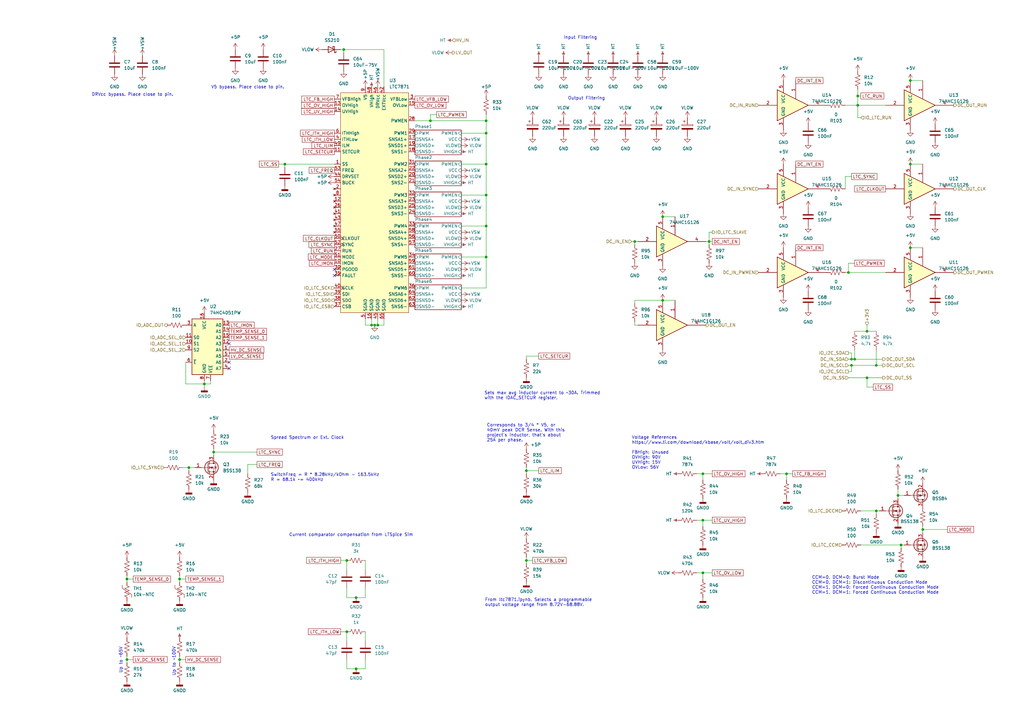
<source format=kicad_sch>
(kicad_sch (version 20231120) (generator "eeschema") (generator_version "8.0")
  (paper "A3")
  (junction (at 368.3 203.2))
  (junction (at 152.4 133.35))
  (junction (at 52.07 270.51))
  (junction (at 351.79 43.18))
  (junction (at 349.25 147.32))
  (junction (at 322.58 194.31))
  (junction (at 146.05 274.32))
  (junction (at 350.52 147.32))
  (junction (at 77.47 191.77))
  (junction (at 359.41 209.55))
  (junction (at 355.6 135.89))
  (junction (at 373.38 101.6))
  (junction (at 154.94 133.35))
  (junction (at 142.24 259.08))
  (junction (at 355.6 154.94))
  (junction (at 271.78 88.9))
  (junction (at 176.53 49.53))
  (junction (at 378.46 217.17))
  (junction (at 199.39 49.53))
  (junction (at 199.39 67.31))
  (junction (at 290.83 99.06))
  (junction (at 369.57 223.52))
  (junction (at 146.05 245.11))
  (junction (at 199.39 54.61))
  (junction (at 349.25 149.86))
  (junction (at 373.38 33.02))
  (junction (at 351.79 39.37))
  (junction (at 52.07 237.49))
  (junction (at 116.84 67.31))
  (junction (at 199.39 105.41))
  (junction (at 260.35 99.06))
  (junction (at 288.29 194.31))
  (junction (at 347.98 111.76))
  (junction (at 83.82 157.48))
  (junction (at 87.63 185.42))
  (junction (at 359.41 149.86))
  (junction (at 73.66 270.51))
  (junction (at 199.39 92.71))
  (junction (at 215.9 193.04))
  (junction (at 215.9 229.87))
  (junction (at 288.29 234.95))
  (junction (at 142.24 229.87))
  (junction (at 73.66 237.49))
  (junction (at 199.39 80.01))
  (junction (at 153.67 133.35))
  (junction (at 373.38 67.31))
  (junction (at 271.78 123.19))
  (junction (at 288.29 213.36))
  (junction (at 140.97 20.32))
  (no_connect (at 93.98 140.97))
  (no_connect (at 137.16 113.03))
  (no_connect (at 93.98 148.59))
  (no_connect (at 93.98 151.13))
  (no_connect (at 137.16 110.49))
  (wire (pts (xy 152.4 130.81) (xy 152.4 133.35)))
  (wire (pts (xy 157.48 20.32) (xy 140.97 20.32)))
  (wire (pts (xy 157.48 35.56) (xy 157.48 20.32)))
  (wire (pts (xy 359.41 149.86) (xy 361.95 149.86)))
  (wire (pts (xy 87.63 185.42) (xy 87.63 186.69)))
  (wire (pts (xy 290.83 95.25) (xy 290.83 99.06)))
  (wire (pts (xy 139.7 259.08) (xy 142.24 259.08)))
  (wire (pts (xy 369.57 223.52) (xy 370.84 223.52)))
  (wire (pts (xy 149.86 270.51) (xy 149.86 274.32)))
  (wire (pts (xy 215.9 228.6) (xy 215.9 229.87)))
  (wire (pts (xy 52.07 270.51) (xy 52.07 269.24)))
  (wire (pts (xy 355.6 135.89) (xy 359.41 135.89)))
  (wire (pts (xy 347.98 152.4) (xy 349.25 152.4)))
  (wire (pts (xy 142.24 245.11) (xy 146.05 245.11)))
  (wire (pts (xy 189.23 105.41) (xy 199.39 105.41)))
  (wire (pts (xy 73.66 269.24) (xy 73.66 270.51)))
  (wire (pts (xy 139.7 20.32) (xy 140.97 20.32)))
  (wire (pts (xy 199.39 80.01) (xy 199.39 92.71)))
  (wire (pts (xy 260.35 133.35) (xy 261.62 133.35)))
  (wire (pts (xy 285.75 213.36) (xy 288.29 213.36)))
  (wire (pts (xy 74.93 191.77) (xy 77.47 191.77)))
  (wire (pts (xy 140.97 20.32) (xy 140.97 21.59)))
  (wire (pts (xy 350.52 147.32) (xy 361.95 147.32)))
  (wire (pts (xy 347.98 154.94) (xy 355.6 154.94)))
  (wire (pts (xy 350.52 107.95) (xy 347.98 107.95)))
  (wire (pts (xy 259.08 99.06) (xy 260.35 99.06)))
  (wire (pts (xy 157.48 133.35) (xy 154.94 133.35)))
  (wire (pts (xy 215.9 146.05) (xy 220.98 146.05)))
  (wire (pts (xy 199.39 105.41) (xy 199.39 92.71)))
  (wire (pts (xy 368.3 200.66) (xy 368.3 203.2)))
  (wire (pts (xy 285.75 234.95) (xy 288.29 234.95)))
  (wire (pts (xy 215.9 146.05) (xy 215.9 147.32)))
  (wire (pts (xy 378.46 215.9) (xy 378.46 217.17)))
  (wire (pts (xy 320.04 194.31) (xy 322.58 194.31)))
  (wire (pts (xy 77.47 191.77) (xy 77.47 193.04)))
  (wire (pts (xy 347.98 144.78) (xy 349.25 144.78)))
  (wire (pts (xy 355.6 133.35) (xy 355.6 135.89)))
  (wire (pts (xy 52.07 236.22) (xy 52.07 237.49)))
  (wire (pts (xy 359.41 143.51) (xy 359.41 149.86)))
  (wire (pts (xy 142.24 241.3) (xy 142.24 245.11)))
  (wire (pts (xy 368.3 203.2) (xy 370.84 203.2)))
  (wire (pts (xy 199.39 54.61) (xy 199.39 49.53)))
  (wire (pts (xy 373.38 67.31) (xy 378.46 67.31)))
  (wire (pts (xy 378.46 217.17) (xy 378.46 218.44)))
  (wire (pts (xy 116.84 67.31) (xy 116.84 68.58)))
  (wire (pts (xy 347.98 111.76) (xy 363.22 111.76)))
  (wire (pts (xy 73.66 237.49) (xy 76.2 237.49)))
  (wire (pts (xy 142.24 270.51) (xy 142.24 274.32)))
  (wire (pts (xy 170.18 49.53) (xy 176.53 49.53)))
  (wire (pts (xy 260.35 132.08) (xy 260.35 133.35)))
  (wire (pts (xy 199.39 54.61) (xy 199.39 67.31)))
  (wire (pts (xy 149.86 241.3) (xy 149.86 245.11)))
  (wire (pts (xy 351.79 39.37) (xy 351.79 43.18)))
  (wire (pts (xy 350.52 143.51) (xy 350.52 147.32)))
  (wire (pts (xy 87.63 184.15) (xy 87.63 185.42)))
  (wire (pts (xy 73.66 270.51) (xy 73.66 271.78)))
  (wire (pts (xy 215.9 191.77) (xy 215.9 193.04)))
  (wire (pts (xy 290.83 99.06) (xy 289.56 99.06)))
  (wire (pts (xy 350.52 135.89) (xy 355.6 135.89)))
  (wire (pts (xy 152.4 133.35) (xy 153.67 133.35)))
  (wire (pts (xy 353.06 39.37) (xy 351.79 39.37)))
  (wire (pts (xy 346.71 77.47) (xy 346.71 72.39)))
  (wire (pts (xy 86.36 156.21) (xy 86.36 157.48)))
  (wire (pts (xy 322.58 194.31) (xy 325.12 194.31)))
  (wire (pts (xy 86.36 157.48) (xy 83.82 157.48)))
  (wire (pts (xy 349.25 149.86) (xy 359.41 149.86)))
  (wire (pts (xy 346.71 43.18) (xy 351.79 43.18)))
  (wire (pts (xy 73.66 236.22) (xy 73.66 237.49)))
  (wire (pts (xy 146.05 245.11) (xy 149.86 245.11)))
  (wire (pts (xy 215.9 229.87) (xy 215.9 231.14)))
  (wire (pts (xy 142.24 274.32) (xy 146.05 274.32)))
  (wire (pts (xy 346.71 111.76) (xy 347.98 111.76)))
  (wire (pts (xy 351.79 48.26) (xy 351.79 43.18)))
  (wire (pts (xy 142.24 233.68) (xy 142.24 229.87)))
  (wire (pts (xy 347.98 107.95) (xy 347.98 111.76)))
  (wire (pts (xy 288.29 213.36) (xy 292.1 213.36)))
  (wire (pts (xy 260.35 99.06) (xy 261.62 99.06)))
  (wire (pts (xy 351.79 43.18) (xy 363.22 43.18)))
  (wire (pts (xy 73.66 270.51) (xy 76.2 270.51)))
  (wire (pts (xy 369.57 223.52) (xy 369.57 224.79)))
  (wire (pts (xy 349.25 147.32) (xy 350.52 147.32)))
  (wire (pts (xy 149.86 130.81) (xy 149.86 133.35)))
  (wire (pts (xy 139.7 229.87) (xy 142.24 229.87)))
  (wire (pts (xy 368.3 203.2) (xy 368.3 204.47)))
  (wire (pts (xy 52.07 237.49) (xy 54.61 237.49)))
  (wire (pts (xy 73.66 237.49) (xy 73.66 238.76)))
  (wire (pts (xy 52.07 270.51) (xy 52.07 271.78)))
  (wire (pts (xy 346.71 72.39) (xy 349.25 72.39)))
  (wire (pts (xy 149.86 259.08) (xy 149.86 262.89)))
  (wire (pts (xy 285.75 194.31) (xy 288.29 194.31)))
  (wire (pts (xy 189.23 92.71) (xy 199.39 92.71)))
  (wire (pts (xy 347.98 147.32) (xy 349.25 147.32)))
  (wire (pts (xy 292.1 95.25) (xy 290.83 95.25)))
  (wire (pts (xy 87.63 185.42) (xy 105.41 185.42)))
  (wire (pts (xy 189.23 67.31) (xy 199.39 67.31)))
  (wire (pts (xy 353.06 209.55) (xy 359.41 209.55)))
  (wire (pts (xy 359.41 209.55) (xy 359.41 210.82)))
  (wire (pts (xy 189.23 54.61) (xy 199.39 54.61)))
  (wire (pts (xy 54.61 270.51) (xy 52.07 270.51)))
  (wire (pts (xy 290.83 99.06) (xy 292.1 99.06)))
  (wire (pts (xy 199.39 118.11) (xy 199.39 105.41)))
  (wire (pts (xy 83.82 157.48) (xy 83.82 158.75)))
  (wire (pts (xy 142.24 262.89) (xy 142.24 259.08)))
  (wire (pts (xy 359.41 209.55) (xy 360.68 209.55)))
  (wire (pts (xy 260.35 124.46) (xy 260.35 123.19)))
  (wire (pts (xy 157.48 130.81) (xy 157.48 133.35)))
  (wire (pts (xy 271.78 123.19) (xy 276.86 123.19)))
  (wire (pts (xy 388.62 217.17) (xy 378.46 217.17)))
  (wire (pts (xy 355.6 154.94) (xy 361.95 154.94)))
  (wire (pts (xy 322.58 194.31) (xy 322.58 196.85)))
  (wire (pts (xy 114.3 67.31) (xy 116.84 67.31)))
  (wire (pts (xy 176.53 49.53) (xy 199.39 49.53)))
  (wire (pts (xy 353.06 223.52) (xy 369.57 223.52)))
  (wire (pts (xy 154.94 130.81) (xy 154.94 133.35)))
  (wire (pts (xy 137.16 67.31) (xy 116.84 67.31)))
  (wire (pts (xy 355.6 154.94) (xy 355.6 158.75)))
  (wire (pts (xy 215.9 193.04) (xy 220.98 193.04)))
  (wire (pts (xy 176.53 46.99) (xy 176.53 49.53)))
  (wire (pts (xy 373.38 101.6) (xy 378.46 101.6)))
  (wire (pts (xy 149.86 229.87) (xy 149.86 233.68)))
  (wire (pts (xy 199.39 46.99) (xy 199.39 49.53)))
  (wire (pts (xy 189.23 118.11) (xy 199.39 118.11)))
  (wire (pts (xy 199.39 67.31) (xy 199.39 80.01)))
  (wire (pts (xy 76.2 148.59) (xy 76.2 157.48)))
  (wire (pts (xy 288.29 234.95) (xy 288.29 237.49)))
  (wire (pts (xy 288.29 213.36) (xy 288.29 215.9)))
  (wire (pts (xy 179.07 46.99) (xy 176.53 46.99)))
  (wire (pts (xy 288.29 234.95) (xy 292.1 234.95)))
  (wire (pts (xy 271.78 88.9) (xy 276.86 88.9)))
  (wire (pts (xy 189.23 80.01) (xy 199.39 80.01)))
  (wire (pts (xy 154.94 133.35) (xy 153.67 133.35)))
  (wire (pts (xy 83.82 156.21) (xy 83.82 157.48)))
  (wire (pts (xy 351.79 36.83) (xy 351.79 39.37)))
  (wire (pts (xy 288.29 194.31) (xy 288.29 196.85)))
  (wire (pts (xy 288.29 194.31) (xy 292.1 194.31)))
  (wire (pts (xy 101.6 194.31) (xy 101.6 190.5)))
  (wire (pts (xy 355.6 158.75) (xy 358.14 158.75)))
  (wire (pts (xy 349.25 152.4) (xy 349.25 149.86)))
  (wire (pts (xy 101.6 190.5) (xy 105.41 190.5)))
  (wire (pts (xy 260.35 123.19) (xy 271.78 123.19)))
  (wire (pts (xy 347.98 149.86) (xy 349.25 149.86)))
  (wire (pts (xy 353.06 48.26) (xy 351.79 48.26)))
  (wire (pts (xy 260.35 99.06) (xy 260.35 100.33)))
  (wire (pts (xy 215.9 193.04) (xy 215.9 194.31)))
  (wire (pts (xy 373.38 33.02) (xy 378.46 33.02)))
  (wire (pts (xy 149.86 133.35) (xy 152.4 133.35)))
  (wire (pts (xy 149.86 274.32) (xy 146.05 274.32)))
  (wire (pts (xy 349.25 144.78) (xy 349.25 147.32)))
  (wire (pts (xy 77.47 191.77) (xy 80.01 191.77)))
  (wire (pts (xy 290.83 100.33) (xy 290.83 99.06)))
  (wire (pts (xy 215.9 229.87) (xy 218.44 229.87)))
  (wire (pts (xy 76.2 157.48) (xy 83.82 157.48)))
  (wire (pts (xy 52.07 237.49) (xy 52.07 238.76)))
  (text "Sets max avg inductor current to ~30A. Trimmed \nwith the IDAC_SETCUR register." (at 198.628 162.306 0) (effects (font (size 1.27 1.27)) (justify left)))
  (text "Output Filtering" (at 232.918 40.386 0) (effects (font (size 1.27 1.27)) (justify left)))
  (text "Spread Spectrum or Ext. Clock" (at 110.998 179.578 0) (effects (font (size 1.27 1.27)) (justify left)))
  (text "Voltage References\nhttps://www.ti.com/download/kbase/volt/volt_div3.htm\n\nFBHigh: Unused\nOVHigh: 90V\nUVHigh: 15V\nOVLow: 56V" (at 259.08 185.674 0) (effects (font (size 1.27 1.27)) (justify left)))
  (text "Current comparator compensation from LTSpice Sim" (at 144.018 219.456 0) (effects (font (size 1.27 1.27))))
  (text "SwitchFreq = R * 8.28kHz/kOhm - 163.5kHz\nR = 68.1k ~= 400kHz" (at 110.998 195.834 0) (effects (font (size 1.27 1.27)) (justify left)))
  (text "DRVcc bypass. Place close to pin." (at 54.356 38.862 0) (effects (font (size 1.27 1.27))))
  (text "V5 bypass. Place close to pin." (at 101.6 35.814 0) (effects (font (size 1.27 1.27))))
  (text "From ltc7871.ipynb. Selects a programmable\noutput voltage range from 8.72V-68.88V." (at 198.882 247.142 0) (effects (font (size 1.27 1.27)) (justify left)))
  (text "Input Filtering" (at 231.14 15.494 0) (effects (font (size 1.27 1.27)) (justify left)))
  (text "CCM=0, DCM=0: Burst Mode\nCCM=0, DCM=1: Discontinuous Conduction Mode\nCCM=1, DCM=0: Forced Continuous Conduction Mode\nCCM=1, DCM=1: Forced Continuous Conduction Mode" (at 332.994 240.03 0) (effects (font (size 1.27 1.27)) (justify left)))
  (text "Up to ~65V" (at 49.53 270.764 90) (effects (font (size 1.27 1.27))))
  (text "Up to ~100V" (at 71.374 271.272 90) (effects (font (size 1.27 1.27))))
  (text "Corresponds to 3/4 * V5, or \n40mV peak DCR Sense. With this\nproject's inductor, that's about\n25A per phase." (at 199.644 177.546 0) (effects (font (size 1.27 1.27)) (justify left)))
  (global_label "DC_INT_EN" (shape passive) (at 326.39 101.6 0) (property "Intersheetrefs" "${INTERSHEET_REFS}" (effects (hide yes))))
  (global_label "HV_DC_SENSE" (shape passive) (at 93.98 143.51 0) (property "Intersheetrefs" "${INTERSHEET_REFS}" (effects (hide yes))))
  (global_label "LTC_RUN" (shape passive) (at 137.16 102.87 180) (property "Intersheetrefs" "${INTERSHEET_REFS}" (effects (hide yes))))
  (global_label "LTC_SETCUR" (shape passive) (at 220.98 146.05 0) (property "Intersheetrefs" "${INTERSHEET_REFS}" (effects (hide yes))))
  (global_label "LTC_VFB_LOW" (shape passive) (at 170.18 40.64 0) (property "Intersheetrefs" "${INTERSHEET_REFS}" (effects (hide yes))))
  (global_label "LTC_FB_HIGH" (shape passive) (at 325.12 194.31 0) (property "Intersheetrefs" "${INTERSHEET_REFS}" (effects (hide yes))))
  (global_label "LTC_ILIM" (shape passive) (at 220.98 193.04 0) (property "Intersheetrefs" "${INTERSHEET_REFS}" (effects (hide yes))))
  (global_label "LTC_IMON" (shape passive) (at 93.98 133.35 0) (property "Intersheetrefs" "${INTERSHEET_REFS}" (effects (hide yes))))
  (global_label "LTC_ITH_HIGH" (shape passive) (at 139.7 229.87 180) (property "Intersheetrefs" "${INTERSHEET_REFS}" (effects (hide yes))))
  (global_label "LTC_UV_HIGH" (shape passive) (at 292.1 213.36 0) (property "Intersheetrefs" "${INTERSHEET_REFS}" (effects (hide yes))))
  (global_label "LTC_ITH_HIGH" (shape passive) (at 137.16 54.61 180) (property "Intersheetrefs" "${INTERSHEET_REFS}" (effects (hide yes))))
  (global_label "LTC_SYNC" (shape passive) (at 137.16 100.33 180) (property "Intersheetrefs" "${INTERSHEET_REFS}" (effects (hide yes))))
  (global_label "DC_INT_EN" (shape passive) (at 292.1 99.06 0) (property "Intersheetrefs" "${INTERSHEET_REFS}" (effects (hide yes))))
  (global_label "DC_INT_EN" (shape passive) (at 326.39 67.31 0) (property "Intersheetrefs" "${INTERSHEET_REFS}" (effects (hide yes))))
  (global_label "LTC_SYNC" (shape passive) (at 105.41 185.42 0) (property "Intersheetrefs" "${INTERSHEET_REFS}" (effects (hide yes))))
  (global_label "LTC_UV_HIGH" (shape passive) (at 137.16 45.72 180) (property "Intersheetrefs" "${INTERSHEET_REFS}" (effects (hide yes))))
  (global_label "LTC_MODE" (shape passive) (at 137.16 105.41 180) (property "Intersheetrefs" "${INTERSHEET_REFS}" (effects (hide yes))))
  (global_label "LTC_ILIM" (shape passive) (at 137.16 59.69 180) (property "Intersheetrefs" "${INTERSHEET_REFS}" (effects (hide yes))))
  (global_label "LTC_FB_HIGH" (shape passive) (at 137.16 40.64 180) (property "Intersheetrefs" "${INTERSHEET_REFS}" (effects (hide yes))))
  (global_label "LTC_SS" (shape passive) (at 358.14 158.75 0) (property "Intersheetrefs" "${INTERSHEET_REFS}" (effects (hide yes))))
  (global_label "LTC_ITH_LOW" (shape passive) (at 139.7 259.08 180) (property "Intersheetrefs" "${INTERSHEET_REFS}" (effects (hide yes))))
  (global_label "LV_DC_SENSE" (shape passive) (at 54.61 270.51 0) (property "Intersheetrefs" "${INTERSHEET_REFS}" (effects (hide yes))))
  (global_label "TEMP_SENSE_0" (shape passive) (at 93.98 135.89 0) (property "Intersheetrefs" "${INTERSHEET_REFS}" (effects (hide yes))))
  (global_label "LTC_FREQ" (shape passive) (at 105.41 190.5 0) (property "Intersheetrefs" "${INTERSHEET_REFS}" (effects (hide yes))))
  (global_label "LTC_SETCUR" (shape passive) (at 137.16 62.23 180) (property "Intersheetrefs" "${INTERSHEET_REFS}" (effects (hide yes))))
  (global_label "LV_DC_SENSE" (shape passive) (at 93.98 146.05 0) (property "Intersheetrefs" "${INTERSHEET_REFS}" (effects (hide yes))))
  (global_label "LTC_MODE" (shape passive) (at 388.62 217.17 0) (property "Intersheetrefs" "${INTERSHEET_REFS}" (effects (hide yes))))
  (global_label "LTC_FREQ" (shape passive) (at 137.16 69.85 180) (property "Intersheetrefs" "${INTERSHEET_REFS}" (effects (hide yes))))
  (global_label "LTC_PWMEN" (shape passive) (at 179.07 46.99 0) (property "Intersheetrefs" "${INTERSHEET_REFS}" (effects (hide yes))))
  (global_label "LTC_PWMEN" (shape passive) (at 350.52 107.95 0) (property "Intersheetrefs" "${INTERSHEET_REFS}" (effects (hide yes))))
  (global_label "LTC_OV_LOW" (shape passive) (at 170.18 43.18 0) (property "Intersheetrefs" "${INTERSHEET_REFS}" (effects (hide yes))))
  (global_label "LTC_CLKOUT" (shape passive) (at 363.22 77.47 180) (property "Intersheetrefs" "${INTERSHEET_REFS}" (effects (hide yes))))
  (global_label "DC_INT_EN" (shape passive) (at 326.39 33.02 0) (property "Intersheetrefs" "${INTERSHEET_REFS}" (effects (hide yes))))
  (global_label "LTC_OV_HIGH" (shape passive) (at 292.1 194.31 0) (property "Intersheetrefs" "${INTERSHEET_REFS}" (effects (hide yes))))
  (global_label "LTC_IMON" (shape passive) (at 137.16 107.95 180) (property "Intersheetrefs" "${INTERSHEET_REFS}" (effects (hide yes))))
  (global_label "HV_DC_SENSE" (shape passive) (at 76.2 270.51 0) (property "Intersheetrefs" "${INTERSHEET_REFS}" (effects (hide yes))))
  (global_label "LTC_VFB_LOW" (shape passive) (at 218.44 229.87 0) (property "Intersheetrefs" "${INTERSHEET_REFS}" (effects (hide yes))))
  (global_label "TEMP_SENSE_0" (shape passive) (at 54.61 237.49 0) (property "Intersheetrefs" "${INTERSHEET_REFS}" (effects (hide yes))))
  (global_label "LTC_OV_LOW" (shape passive) (at 292.1 234.95 0) (property "Intersheetrefs" "${INTERSHEET_REFS}" (effects (hide yes))))
  (global_label "LTC_SS" (shape passive) (at 114.3 67.31 180) (property "Intersheetrefs" "${INTERSHEET_REFS}" (effects (hide yes))))
  (global_label "TEMP_SENSE_1" (shape passive) (at 93.98 138.43 0) (property "Intersheetrefs" "${INTERSHEET_REFS}" (effects (hide yes))))
  (global_label "LTC_CLKOUT" (shape passive) (at 137.16 97.79 180) (property "Intersheetrefs" "${INTERSHEET_REFS}" (effects (hide yes))))
  (global_label "LTC_RUN" (shape passive) (at 353.06 39.37 0) (property "Intersheetrefs" "${INTERSHEET_REFS}" (effects (hide yes))))
  (global_label "LTC_SYNC" (shape passive) (at 349.25 72.39 0) (property "Intersheetrefs" "${INTERSHEET_REFS}" (effects (hide yes))))
  (global_label "LTC_OV_HIGH" (shape passive) (at 137.16 43.18 180) (property "Intersheetrefs" "${INTERSHEET_REFS}" (effects (hide yes))))
  (global_label "LTC_ITH_LOW" (shape passive) (at 137.16 57.15 180) (property "Intersheetrefs" "${INTERSHEET_REFS}" (effects (hide yes))))
  (global_label "TEMP_SENSE_1" (shape passive) (at 76.2 237.49 0) (property "Intersheetrefs" "${INTERSHEET_REFS}" (effects (hide yes))))
  (hierarchical_label "DC_IN_RUN" (shape input) (at 311.15 43.18 180))
  (hierarchical_label "IO_LTC_SLAVE" (shape output) (at 292.1 95.25 0))
  (hierarchical_label "DC_OUT_EN" (shape output) (at 289.56 133.35 0))
  (hierarchical_label "DC_IN_PWMEN" (shape input) (at 311.15 111.76 180))
  (hierarchical_label "LV_OUT" (shape output) (at 185.42 21.59 0))
  (hierarchical_label "HV_IN" (shape input) (at 185.42 16.51 0))
  (hierarchical_label "DC_IN_SCL" (shape input) (at 347.98 149.86 180))
  (hierarchical_label "IO_LTC_CSB" (shape input) (at 137.16 125.73 180))
  (hierarchical_label "DC_OUT_SDA" (shape output) (at 361.95 147.32 0))
  (hierarchical_label "IO_LTC_CCM" (shape input) (at 345.44 223.52 180))
  (hierarchical_label "DC_IN_SS" (shape input) (at 347.98 154.94 180))
  (hierarchical_label "+3V3" (shape input) (at 355.6 133.35 90))
  (hierarchical_label "DC_OUT_CLK" (shape output) (at 391.16 77.47 0))
  (hierarchical_label "DC_OUT_SCL" (shape output) (at 361.95 149.86 0))
  (hierarchical_label "IO_LTC_SCK" (shape input) (at 137.16 118.11 180))
  (hierarchical_label "IO_LTC_DCCM" (shape input) (at 345.44 209.55 180))
  (hierarchical_label "IO_ADC_SEL_0" (shape input) (at 76.2 138.43 180))
  (hierarchical_label "IO_ADC_SEL_2" (shape input) (at 76.2 143.51 180))
  (hierarchical_label "IO_ADC_SEL_1" (shape input) (at 76.2 140.97 180))
  (hierarchical_label "DC_OUT_SS" (shape output) (at 361.95 154.94 0))
  (hierarchical_label "IO_LTC_RUN" (shape input) (at 353.06 48.26 0))
  (hierarchical_label "DC_IN_SDA" (shape input) (at 347.98 147.32 180))
  (hierarchical_label "DC_IN_EN" (shape input) (at 259.08 99.06 180))
  (hierarchical_label "IO_I2C_SCL" (shape passive) (at 347.98 152.4 180))
  (hierarchical_label "DC_OUT_PWMEN" (shape output) (at 391.16 111.76 0))
  (hierarchical_label "IO_LTC_SYNC" (shape input) (at 67.31 191.77 180))
  (hierarchical_label "IO_I2C_SDA" (shape passive) (at 347.98 144.78 180))
  (hierarchical_label "IO_ADC_OUT" (shape output) (at 68.58 133.35 180))
  (hierarchical_label "DC_OUT_RUN" (shape output) (at 391.16 43.18 0))
  (hierarchical_label "IO_LTC_SDI" (shape input) (at 137.16 120.65 180))
  (hierarchical_label "DC_IN_SYNC" (shape input) (at 311.15 77.47 180))
  (hierarchical_label "IO_LTC_SDO" (shape output) (at 137.16 123.19 180))
  (symbol (lib_id "74xGxx:74AHC1G126") (at 378.46 77.47 0) (unit 1)
    (property "Reference" "U12" (at 391.16 73.279 0))
    (property "Value" "74AHC1G126" (at 391.16 75.819 0))
    (property "Footprint" "Package_TO_SOT_SMD:SOT-353_SC-70-5_Handsoldering" (effects (hide yes)))
    (property "Datasheet" "http://www.ti.com/lit/sg/scyt129e/scyt129e.pdf" (effects (hide yes)))
    (property "Description" "Single Buffer Gate Tri-State, Low-Voltage CMOS" (effects (hide yes)))
    (property "Digikey" "74AHCT1G126SE-7DICT-ND" (effects (hide yes)))
    (property "LCSC" "N/A" (effects (hide yes)))
  )
  (symbol (lib_id "power:+VSW") (at 189.23 82.55 270) (unit 1)
    (property "Reference" "#PWR066" (effects (hide yes)))
    (property "Value" "+VSW" (at 194.31 82.55 90))
    (property "Description" "Power symbol creates a global label with name \"+VSW\"" (effects (hide yes)))
  )
  (symbol (lib_id "power:HT") (at 278.13 194.31 90) (unit 1)
    (property "Reference" "#PWR096" (effects (hide yes)))
    (property "Value" "HT" (at 274.32 194.31 90))
    (property "Description" "Power symbol creates a global label with name \"HT\"" (effects (hide yes)))
  )
  (symbol (lib_id "power:+5V") (at 368.3 193.04 0) (unit 1)
    (property "Reference" "#PWR033" (effects (hide yes)))
    (property "Value" "+5V" (at 368.3 187.96 0))
    (property "Description" "Power symbol creates a global label with name \"+5V\"" (effects (hide yes)))
  )
  (symbol (lib_id "Device:R_US") (at 71.12 191.77 270) (unit 1)
    (property "Reference" "R19" (at 71.12 185.42 90))
    (property "Value" "100" (at 71.12 187.96 90))
    (property "Footprint" "Resistor_SMD:R_0603_1608Metric" (effects (hide yes)))
    (property "Description" "Resistor, US symbol" (effects (hide yes)))
    (property "Digikey" "N/A" (effects (hide yes)))
    (property "LCSC" "C22775" (effects (hide yes)))
  )
  (symbol (lib_id "power:+5P") (at 137.16 72.39 90) (unit 1)
    (property "Reference" "#PWR051" (effects (hide yes)))
    (property "Value" "+5P" (at 132.08 72.39 90))
    (property "Description" "Power symbol creates a global label with name \"+5P\"" (effects (hide yes)))
  )
  (symbol (lib_id "power:+5V") (at 73.66 228.6 0) (unit 1)
    (property "Reference" "#PWR021" (effects (hide yes)))
    (property "Value" "+5V" (at 73.66 223.52 0))
    (property "Description" "Power symbol creates a global label with name \"+5V\"" (effects (hide yes)))
  )
  (symbol (lib_id "Device:C") (at 149.86 237.49 0) (unit 1)
    (property "Reference" "C14" (at 153.67 236.2199 0) (effects (justify left)))
    (property "Value" "100nF" (at 153.67 238.7599 0) (effects (justify left)))
    (property "Footprint" "Capacitor_SMD:C_0603_1608Metric" (effects (hide yes)))
    (property "Description" "Unpolarized capacitor" (effects (hide yes)))
    (property "LCSC" "C14663" (effects (hide yes)))
    (property "Digikey" "N/A" (effects (hide yes)))
  )
  (symbol (lib_id "power:GNDD") (at 87.63 196.85 0) (unit 1)
    (property "Reference" "#PWR042" (effects (hide yes)))
    (property "Value" "GNDD" (at 87.63 200.66 0))
    (property "Description" "Power symbol creates a global label with name \"GNDD\" , digital ground" (effects (hide yes)))
  )
  (symbol (lib_id "power:GNDD") (at 146.05 245.11 0) (unit 1)
    (property "Reference" "#PWR058" (effects (hide yes)))
    (property "Value" "GNDD" (at 146.05 248.92 0))
    (property "Description" "Power symbol creates a global label with name \"GNDD\" , digital ground" (effects (hide yes)))
  )
  (symbol (lib_id "power:GNDD") (at 288.29 204.47 0) (unit 1)
    (property "Reference" "#PWR0103" (effects (hide yes)))
    (property "Value" "GNDD" (at 288.29 208.28 0))
    (property "Description" "Power symbol creates a global label with name \"GNDD\" , digital ground" (effects (hide yes)))
  )
  (symbol (lib_id "power:GNDD") (at 52.07 246.38 0) (unit 1)
    (property "Reference" "#PWR022" (effects (hide yes)))
    (property "Value" "GNDD" (at 52.07 250.19 0))
    (property "Description" "Power symbol creates a global label with name \"GNDD\" , digital ground" (effects (hide yes)))
  )
  (symbol (lib_id "power:GND") (at 373.38 87.63 0) (unit 1)
    (property "Reference" "#PWR0169" (effects (hide yes)))
    (property "Value" "GND" (at 373.38 92.71 0))
    (property "Description" "Power symbol creates a global label with name \"GND\" , ground" (effects (hide yes)))
  )
  (symbol (lib_id "power:GND") (at 373.38 121.92 0) (unit 1)
    (property "Reference" "#PWR0167" (effects (hide yes)))
    (property "Value" "GND" (at 373.38 127 0))
    (property "Description" "Power symbol creates a global label with name \"GND\" , ground" (effects (hide yes)))
  )
  (symbol (lib_id "Device:R_US") (at 281.94 213.36 90) (unit 1)
    (property "Reference" "R42" (at 281.94 207.01 90))
    (property "Value" "120k" (at 281.94 209.55 90))
    (property "Footprint" "Resistor_SMD:R_0603_1608Metric" (effects (hide yes)))
    (property "Description" "Resistor, US symbol" (effects (hide yes)))
    (property "Digikey" "N/A" (effects (hide yes)))
    (property "LCSC" "C25808" (effects (hide yes)))
  )
  (symbol (lib_id "Device:R_US") (at 215.9 234.95 180) (unit 1)
    (property "Reference" "R39" (at 218.44 233.6799 0) (effects (justify right)))
    (property "Value" "15k" (at 218.44 236.2199 0) (effects (justify right)))
    (property "Footprint" "Resistor_SMD:R_0603_1608Metric" (effects (hide yes)))
    (property "Description" "Resistor, US symbol" (effects (hide yes)))
    (property "LCSC" "C22809" (effects (hide yes)))
    (property "Digikey" "N/A" (effects (hide yes)))
  )
  (symbol (lib_id "Device:D_Schottky") (at 135.89 20.32 180) (unit 1)
    (property "Reference" "D1" (at 136.2075 13.97 0))
    (property "Value" "SS210" (at 136.2075 16.51 0))
    (property "Footprint" "Diode_SMD:D_SMA" (effects (hide yes)))
    (property "Description" "Schottky diode" (effects (hide yes)))
    (property "LCSC" "C14996" (effects (hide yes)))
    (property "Digikey" "N/A" (effects (hide yes)))
  )
  (symbol (lib_id "power:+5V") (at 331.47 50.8 0) (unit 1)
    (property "Reference" "#PWR0170" (effects (hide yes)))
    (property "Value" "+5V" (at 331.47 45.72 0))
    (property "Description" "Power symbol creates a global label with name \"+5V\"" (effects (hide yes)))
  )
  (symbol (lib_id "power:HT") (at 251.46 22.86 0) (unit 1)
    (property "Reference" "#PWR0106" (effects (hide yes)))
    (property "Value" "HT" (at 251.46 19.05 90))
    (property "Description" "Power symbol creates a global label with name \"HT\"" (effects (hide yes)))
  )
  (symbol (lib_id "power:VBUS") (at 278.13 234.95 90) (unit 1)
    (property "Reference" "#PWR098" (effects (hide yes)))
    (property "Value" "VLOW" (at 269.748 234.95 90) (effects (justify right)))
    (property "Description" "Power symbol creates a global label with name \"VBUS\"" (effects (hide yes)))
  )
  (symbol (lib_id "Device:R_US") (at 73.66 275.59 180) (unit 1)
    (property "Reference" "R18" (at 76.2 274.3199 0) (effects (justify right)))
    (property "Value" "15k" (at 76.2 276.8599 0) (effects (justify right)))
    (property "Footprint" "Resistor_SMD:R_0603_1608Metric" (effects (hide yes)))
    (property "Description" "Resistor, US symbol" (effects (hide yes)))
    (property "Digikey" "N/A" (effects (hide yes)))
    (property "LCSC" "C22809" (effects (hide yes)))
  )
  (symbol (lib_id "Device:C_Polarized") (at 269.24 52.07 0) (unit 1)
    (property "Reference" "C26" (at 273.05 49.9109 0) (effects (justify left)))
    (property "Value" "220uF" (at 273.05 52.4509 0) (effects (justify left)))
    (property "Footprint" "Capacitor_THT:CP_Radial_D10.0mm_P5.00mm" (effects (hide yes)))
    (property "Description" "Polarized capacitor" (effects (hide yes)))
    (property "Digikey" "1189-3789-1-ND" (effects (hide yes)))
    (property "LCSC" "N/A" (effects (hide yes)))
  )
  (symbol (lib_id "Device:R_US") (at 288.29 219.71 180) (unit 1)
    (property "Reference" "R45" (at 290.83 218.4399 0) (effects (justify right)))
    (property "Value" "10k" (at 290.83 220.9799 0) (effects (justify right)))
    (property "Footprint" "Resistor_SMD:R_0603_1608Metric" (effects (hide yes)))
    (property "Description" "Resistor, US symbol" (effects (hide yes)))
    (property "LCSC" "C25804" (effects (hide yes)))
    (property "Digikey" "N/A" (effects (hide yes)))
  )
  (symbol (lib_id "power:+5V") (at 271.78 88.9 0) (unit 1)
    (property "Reference" "#PWR0117" (effects (hide yes)))
    (property "Value" "+5V" (at 271.78 83.82 0))
    (property "Description" "Power symbol creates a global label with name \"+5V\"" (effects (hide yes)))
  )
  (symbol (lib_id "Device:R_US") (at 369.57 228.6 0) (mirror x) (unit 1)
    (property "Reference" "R53" (at 367.03 227.3299 0) (effects (justify right)))
    (property "Value" "10k" (at 367.03 229.8699 0) (effects (justify right)))
    (property "Footprint" "Resistor_SMD:R_0603_1608Metric" (effects (hide yes)))
    (property "Description" "Resistor, US symbol" (effects (hide yes)))
    (property "LCSC" "C25804" (effects (hide yes)))
    (property "Digikey" "N/A" (effects (hide yes)))
  )
  (symbol (lib_id "power:HT") (at 278.13 213.36 90) (unit 1)
    (property "Reference" "#PWR097" (effects (hide yes)))
    (property "Value" "HT" (at 274.32 213.36 90))
    (property "Description" "Power symbol creates a global label with name \"HT\"" (effects (hide yes)))
  )
  (symbol (lib_id "Device:R_US") (at 359.41 214.63 0) (mirror x) (unit 1)
    (property "Reference" "R51" (at 356.87 213.3599 0) (effects (justify right)))
    (property "Value" "10k" (at 356.87 215.8999 0) (effects (justify right)))
    (property "Footprint" "Resistor_SMD:R_0603_1608Metric" (effects (hide yes)))
    (property "Description" "Resistor, US symbol" (effects (hide yes)))
    (property "LCSC" "C25804" (effects (hide yes)))
    (property "Digikey" "N/A" (effects (hide yes)))
  )
  (symbol (lib_id "Device:R_US") (at 73.66 265.43 180) (unit 1)
    (property "Reference" "R17" (at 76.2 264.1599 0) (effects (justify right)))
    (property "Value" "470k" (at 76.2 266.6999 0) (effects (justify right)))
    (property "Footprint" "Resistor_SMD:R_0603_1608Metric" (effects (hide yes)))
    (property "Description" "Resistor, US symbol" (effects (hide yes)))
    (property "LCSC" "C23178" (effects (hide yes)))
    (property "Digikey" "N/A" (effects (hide yes)))
  )
  (symbol (lib_id "Device:R_US") (at 52.07 275.59 180) (unit 1)
    (property "Reference" "R15" (at 54.61 274.3199 0) (effects (justify right)))
    (property "Value" "27k" (at 54.61 276.8599 0) (effects (justify right)))
    (property "Footprint" "Resistor_SMD:R_0603_1608Metric" (effects (hide yes)))
    (property "Description" "Resistor, US symbol" (effects (hide yes)))
    (property "Digikey" "N/A" (effects (hide yes)))
    (property "LCSC" "C22967" (effects (hide yes)))
  )
  (symbol (lib_id "power:GND") (at 256.54 55.88 0) (unit 1)
    (property "Reference" "#PWR0109" (effects (hide yes)))
    (property "Value" "GND" (at 256.54 60.96 0))
    (property "Description" "Power symbol creates a global label with name \"GND\" , ground" (effects (hide yes)))
  )
  (symbol (lib_id "Device:C") (at 107.95 24.13 0) (unit 1)
    (property "Reference" "C10" (at 111.76 22.8599 0) (effects (justify left)))
    (property "Value" "100nF" (at 111.76 25.3999 0) (effects (justify left)))
    (property "Footprint" "Capacitor_SMD:C_0603_1608Metric" (effects (hide yes)))
    (property "Description" "Unpolarized capacitor" (effects (hide yes)))
    (property "LCSC" "C14663" (effects (hide yes)))
    (property "Digikey" "N/A" (effects (hide yes)))
  )
  (symbol (lib_id "74xGxx:74AHC1G126") (at 378.46 111.76 0) (unit 1)
    (property "Reference" "U11" (at 391.16 107.569 0))
    (property "Value" "74AHC1G126" (at 391.16 110.109 0))
    (property "Footprint" "Package_TO_SOT_SMD:SOT-353_SC-70-5_Handsoldering" (effects (hide yes)))
    (property "Datasheet" "http://www.ti.com/lit/sg/scyt129e/scyt129e.pdf" (effects (hide yes)))
    (property "Description" "Single Buffer Gate Tri-State, Low-Voltage CMOS" (effects (hide yes)))
    (property "Digikey" "74AHCT1G126SE-7DICT-ND" (effects (hide yes)))
    (property "LCSC" "N/A" (effects (hide yes)))
  )
  (symbol (lib_id "power:GNDD") (at 73.66 279.4 0) (unit 1)
    (property "Reference" "#PWR032" (effects (hide yes)))
    (property "Value" "GNDD" (at 73.66 283.21 0))
    (property "Description" "Power symbol creates a global label with name \"GNDD\" , digital ground" (effects (hide yes)))
  )
  (symbol (lib_id "power:GNDD") (at 215.9 238.76 0) (unit 1)
    (property "Reference" "#PWR085" (effects (hide yes)))
    (property "Value" "GNDD" (at 215.9 242.57 0))
    (property "Description" "Power symbol creates a global label with name \"GNDD\" , digital ground" (effects (hide yes)))
  )
  (symbol (lib_id "power:GNDD") (at 73.66 246.38 0) (unit 1)
    (property "Reference" "#PWR030" (effects (hide yes)))
    (property "Value" "GNDD" (at 73.66 250.19 0))
    (property "Description" "Power symbol creates a global label with name \"GNDD\" , digital ground" (effects (hide yes)))
  )
  (symbol (lib_id "power:VBUS") (at 218.44 48.26 0) (unit 1)
    (property "Reference" "#PWR0160" (effects (hide yes)))
    (property "Value" "VLOW" (at 220.98 44.196 0) (effects (justify right)))
    (property "Description" "Power symbol creates a global label with name \"VBUS\"" (effects (hide yes)))
  )
  (symbol (lib_id "power:GNDD") (at 116.84 76.2 0) (unit 1)
    (property "Reference" "#PWR044" (effects (hide yes)))
    (property "Value" "GNDD" (at 116.84 80.01 0))
    (property "Description" "Power symbol creates a global label with name \"GNDD\" , digital ground" (effects (hide yes)))
  )
  (symbol (lib_id "Device:C") (at 58.42 26.67 0) (unit 1)
    (property "Reference" "C8" (at 62.23 25.3999 0) (effects (justify left)))
    (property "Value" "100nF" (at 62.23 27.9399 0) (effects (justify left)))
    (property "Footprint" "Capacitor_SMD:C_0603_1608Metric" (effects (hide yes)))
    (property "Description" "Unpolarized capacitor" (effects (hide yes)))
    (property "LCSC" "C14663" (effects (hide yes)))
    (property "Digikey" "N/A" (effects (hide yes)))
  )
  (symbol (lib_id "power:HT") (at 189.23 125.73 270) (unit 1)
    (property "Reference" "#PWR077" (effects (hide yes)))
    (property "Value" "HT" (at 193.04 125.73 90))
    (property "Description" "Power symbol creates a global label with name \"HT\"" (effects (hide yes)))
  )
  (symbol (lib_id "Device:C") (at 142.24 266.7 0) (mirror y) (unit 1)
    (property "Reference" "C13" (at 138.43 265.4299 0) (effects (justify left)))
    (property "Value" "47pF" (at 138.43 267.9699 0) (effects (justify left)))
    (property "Footprint" "Capacitor_SMD:C_0603_1608Metric" (effects (hide yes)))
    (property "Description" "Unpolarized capacitor" (effects (hide yes)))
    (property "LCSC" "C1671" (effects (hide yes)))
    (property "Digikey" "N/A" (effects (hide yes)))
  )
  (symbol (lib_id "power:GNDD") (at 378.46 228.6 0) (unit 1)
    (property "Reference" "#PWR0121" (effects (hide yes)))
    (property "Value" "GNDD" (at 378.46 232.41 0))
    (property "Description" "Power symbol creates a global label with name \"GNDD\" , digital ground" (effects (hide yes)))
  )
  (symbol (lib_id "74xx:74HC4051") (at 83.82 140.97 0) (unit 1)
    (property "Reference" "U2" (at 86.0141 125.73 0) (effects (justify left)))
    (property "Value" "74HC4051PW" (at 86.0141 128.27 0) (effects (justify left)))
    (property "Footprint" "Package_SO:TSSOP-16_4.4x5mm_P0.65mm" (effects (hide yes)))
    (property "Datasheet" "http://www.ti.com/lit/ds/symlink/cd74hc4051.pdf" (effects (hide yes)))
    (property "Description" "8-channel analog multiplexer/demultiplexer, DIP-16/SOIC-16/TSSOP-16" (effects (hide yes)))
    (property "Digikey" "1727-3064-1-ND" (effects (hide yes)))
    (property "LCSC" "N/A" (effects (hide yes)))
  )
  (symbol (lib_id "power:+5P") (at 96.52 20.32 0) (unit 1)
    (property "Reference" "#PWR035" (effects (hide yes)))
    (property "Value" "+5P" (at 96.52 15.24 0))
    (property "Description" "Power symbol creates a global label with name \"+5P\"" (effects (hide yes)))
  )
  (symbol (lib_id "Device:R_US") (at 87.63 180.34 180) (unit 1)
    (property "Reference" "R23" (at 90.17 179.0699 0) (effects (justify right)))
    (property "Value" "10k" (at 90.17 181.6099 0) (effects (justify right)))
    (property "Footprint" "Resistor_SMD:R_0603_1608Metric" (effects (hide yes)))
    (property "Description" "Resistor, US symbol" (effects (hide yes)))
    (property "LCSC" "C25804" (effects (hide yes)))
    (property "Digikey" "N/A" (effects (hide yes)))
  )
  (symbol (lib_id "Device:R_US") (at 101.6 198.12 180) (unit 1)
    (property "Reference" "R27" (at 104.14 196.8499 0) (effects (justify right)))
    (property "Value" "68k" (at 104.14 199.3899 0) (effects (justify right)))
    (property "Footprint" "Resistor_SMD:R_0603_1608Metric" (effects (hide yes)))
    (property "Description" "Resistor, US symbol" (effects (hide yes)))
    (property "Digikey" "N/A" (effects (hide yes)))
    (property "LCSC" "C23231" (effects (hide yes)))
  )
  (symbol (lib_id "Transistor_FET:BSS84") (at 375.92 203.2 0) (mirror x) (unit 1)
    (property "Reference" "Q5" (at 382.27 201.9299 0) (effects (justify left)))
    (property "Value" "BSS84" (at 382.27 204.4699 0) (effects (justify left)))
    (property "Footprint" "Package_TO_SOT_SMD:SOT-23" (effects (hide yes)))
    (property "Datasheet" "http://assets.nexperia.com/documents/data-sheet/BSS84.pdf" (effects (hide yes)))
    (property "Description" "-0.13A Id, -50V Vds, P-Channel MOSFET, SOT-23" (effects (hide yes)))
    (property "Digikey" "5272-BSS84CT-ND" (effects (hide yes)))
    (property "LCSC" "N/A" (effects (hide yes)))
  )
  (symbol (lib_id "Device:R_US") (at 359.41 139.7 180) (unit 1)
    (property "Reference" "R94" (at 361.95 138.4299 0) (effects (justify right)))
    (property "Value" "4.7k" (at 361.95 140.9699 0) (effects (justify right)))
    (property "Footprint" "Resistor_SMD:R_0603_1608Metric" (effects (hide yes)))
    (property "Description" "Resistor, US symbol" (effects (hide yes)))
    (property "LCSC" "C23162" (effects (hide yes)))
    (property "Digikey" "N/A" (effects (hide yes)))
  )
  (symbol (lib_id "Device:C") (at 241.3 26.67 0) (unit 1)
    (property "Reference" "C23" (at 245.11 25.3999 0) (effects (justify left)))
    (property "Value" "10uF-100V" (at 245.11 27.9399 0) (effects (justify left)))
    (property "Footprint" "Capacitor_SMD:C_1210_3225Metric_Pad1.33x2.70mm_HandSolder" (effects (hide yes)))
    (property "Description" "Unpolarized capacitor" (effects (hide yes)))
    (property "Digikey" "490-16266-1-ND" (effects (hide yes)))
    (property "LCSC" "N/A" (effects (hide yes)))
  )
  (symbol (lib_id "power:HT") (at 189.23 100.33 270) (unit 1)
    (property "Reference" "#PWR071" (effects (hide yes)))
    (property "Value" "HT" (at 193.04 100.33 90))
    (property "Description" "Power symbol creates a global label with name \"HT\"" (effects (hide yes)))
  )
  (symbol (lib_id "power:HT") (at 220.98 22.86 0) (unit 1)
    (property "Reference" "#PWR089" (effects (hide yes)))
    (property "Value" "HT" (at 220.98 19.05 90))
    (property "Description" "Power symbol creates a global label with name \"HT\"" (effects (hide yes)))
  )
  (symbol (lib_id "power:GND") (at 107.95 27.94 0) (unit 1)
    (property "Reference" "#PWR039" (effects (hide yes)))
    (property "Value" "GND" (at 107.95 33.02 0))
    (property "Description" "Power symbol creates a global label with name \"GND\" , ground" (effects (hide yes)))
  )
  (symbol (lib_id "power:GNDD") (at 288.29 245.11 0) (unit 1)
    (property "Reference" "#PWR0105" (effects (hide yes)))
    (property "Value" "GNDD" (at 288.29 248.92 0))
    (property "Description" "Power symbol creates a global label with name \"GNDD\" , digital ground" (effects (hide yes)))
  )
  (symbol (lib_id "Device:R_US") (at 146.05 259.08 270) (unit 1)
    (property "Reference" "R32" (at 146.05 252.73 90))
    (property "Value" "1k" (at 146.05 255.27 90))
    (property "Footprint" "Resistor_SMD:R_0603_1608Metric" (effects (hide yes)))
    (property "Description" "Resistor, US symbol" (effects (hide yes)))
    (property "Digikey" "N/A" (effects (hide yes)))
    (property "LCSC" "C21190" (effects (hide yes)))
  )
  (symbol (lib_id "power:+5P") (at 199.39 39.37 0) (unit 1)
    (property "Reference" "#PWR078" (effects (hide yes)))
    (property "Value" "+5P" (at 199.39 35.56 0))
    (property "Description" "Power symbol creates a global label with name \"+5P\"" (effects (hide yes)))
  )
  (symbol (lib_id "power:GND") (at 271.78 30.48 0) (unit 1)
    (property "Reference" "#PWR0154" (effects (hide yes)))
    (property "Value" "GND" (at 271.78 35.56 0))
    (property "Description" "Power symbol creates a global label with name \"GND\" , ground" (effects (hide yes)))
  )
  (symbol (lib_id "74xGxx:74AHC1G126") (at 326.39 43.18 0) (unit 1)
    (property "Reference" "U14" (at 339.09 38.989 0))
    (property "Value" "74AHC1G126" (at 339.09 41.529 0))
    (property "Footprint" "Package_TO_SOT_SMD:SOT-353_SC-70-5_Handsoldering" (effects (hide yes)))
    (property "Datasheet" "http://www.ti.com/lit/sg/scyt129e/scyt129e.pdf" (effects (hide yes)))
    (property "Description" "Single Buffer Gate Tri-State, Low-Voltage CMOS" (effects (hide yes)))
    (property "Digikey" "74AHCT1G126SE-7DICT-ND" (effects (hide yes)))
    (property "LCSC" "N/A" (effects (hide yes)))
  )
  (symbol (lib_id "Device:C") (at 261.62 26.67 0) (unit 1)
    (property "Reference" "C58" (at 265.43 25.3999 0) (effects (justify left)))
    (property "Value" "10uF-100V" (at 265.43 27.9399 0) (effects (justify left)))
    (property "Footprint" "Capacitor_SMD:C_1210_3225Metric_Pad1.33x2.70mm_HandSolder" (effects (hide yes)))
    (property "Description" "Unpolarized capacitor" (effects (hide yes)))
    (property "Digikey" "490-16266-1-ND" (effects (hide yes)))
    (property "LCSC" "N/A" (effects (hide yes)))
  )
  (symbol (lib_id "power:+5P") (at 107.95 20.32 0) (unit 1)
    (property "Reference" "#PWR038" (effects (hide yes)))
    (property "Value" "+5P" (at 107.95 15.24 0))
    (property "Description" "Power symbol creates a global label with name \"+5P\"" (effects (hide yes)))
  )
  (symbol (lib_id "power:GND") (at 321.31 121.92 0) (unit 1)
    (property "Reference" "#PWR0181" (effects (hide yes)))
    (property "Value" "GND" (at 321.31 127 0))
    (property "Description" "Power symbol creates a global label with name \"GND\" , ground" (effects (hide yes)))
  )
  (symbol (lib_id "power:GND") (at 243.84 55.88 0) (unit 1)
    (property "Reference" "#PWR0100" (effects (hide yes)))
    (property "Value" "GND" (at 243.84 60.96 0))
    (property "Description" "Power symbol creates a global label with name \"GND\" , ground" (effects (hide yes)))
  )
  (symbol (lib_id "power:+VSW") (at 154.94 35.56 0) (unit 1)
    (property "Reference" "#PWR056" (effects (hide yes)))
    (property "Value" "+VSW" (at 154.94 30.48 90))
    (property "Description" "Power symbol creates a global label with name \"+VSW\"" (effects (hide yes)))
  )
  (symbol (lib_id "Device:C") (at 220.98 26.67 0) (unit 1)
    (property "Reference" "C19" (at 224.79 25.3999 0) (effects (justify left)))
    (property "Value" "10uF-100V" (at 224.79 27.9399 0) (effects (justify left)))
    (property "Footprint" "Capacitor_SMD:C_1210_3225Metric_Pad1.33x2.70mm_HandSolder" (effects (hide yes)))
    (property "Description" "Unpolarized capacitor" (effects (hide yes)))
    (property "Digikey" "490-16266-1-ND" (effects (hide yes)))
    (property "LCSC" "N/A" (effects (hide yes)))
  )
  (symbol (lib_id "power:HT") (at 261.62 22.86 0) (unit 1)
    (property "Reference" "#PWR0151" (effects (hide yes)))
    (property "Value" "HT" (at 261.62 19.05 90))
    (property "Description" "Power symbol creates a global label with name \"HT\"" (effects (hide yes)))
  )
  (symbol (lib_id "power:GNDD") (at 359.41 218.44 0) (unit 1)
    (property "Reference" "#PWR0116" (effects (hide yes)))
    (property "Value" "GNDD" (at 359.41 222.25 0))
    (property "Description" "Power symbol creates a global label with name \"GNDD\" , digital ground" (effects (hide yes)))
  )
  (symbol (lib_id "power:+5V") (at 351.79 29.21 0) (unit 1)
    (property "Reference" "#PWR020" (effects (hide yes)))
    (property "Value" "+5V" (at 351.79 24.13 0))
    (property "Description" "Power symbol creates a global label with name \"+5V\"" (effects (hide yes)))
  )
  (symbol (lib_id "power:VBUS") (at 281.94 48.26 0) (unit 1)
    (property "Reference" "#PWR0113" (effects (hide yes)))
    (property "Value" "VLOW" (at 284.48 44.196 0) (effects (justify right)))
    (property "Description" "Power symbol creates a global label with name \"VBUS\"" (effects (hide yes)))
  )
  (symbol (lib_id "Device:R_US") (at 368.3 196.85 180) (unit 1)
    (property "Reference" "R52" (at 370.84 195.5799 0) (effects (justify right)))
    (property "Value" "10k" (at 370.84 198.1199 0) (effects (justify right)))
    (property "Footprint" "Resistor_SMD:R_0603_1608Metric" (effects (hide yes)))
    (property "Description" "Resistor, US symbol" (effects (hide yes)))
    (property "LCSC" "C25804" (effects (hide yes)))
    (property "Digikey" "N/A" (effects (hide yes)))
  )
  (symbol (lib_id "power:VBUS") (at 52.07 261.62 0) (unit 1)
    (property "Reference" "#PWR023" (effects (hide yes)))
    (property "Value" "VLOW" (at 54.61 257.556 0) (effects (justify right)))
    (property "Description" "Power symbol creates a global label with name \"VBUS\"" (effects (hide yes)))
  )
  (symbol (lib_id "Device:R_US") (at 72.39 133.35 90) (unit 1)
    (property "Reference" "R11" (at 72.39 127 90))
    (property "Value" "100" (at 72.39 129.54 90))
    (property "Footprint" "Resistor_SMD:R_0603_1608Metric" (effects (hide yes)))
    (property "Description" "Resistor, US symbol" (effects (hide yes)))
    (property "Digikey" "N/A" (effects (hide yes)))
    (property "LCSC" "C22775" (effects (hide yes)))
  )
  (symbol (lib_id "power:HT") (at 241.3 22.86 0) (unit 1)
    (property "Reference" "#PWR0101" (effects (hide yes)))
    (property "Value" "HT" (at 241.3 19.05 90))
    (property "Description" "Power symbol creates a global label with name \"HT\"" (effects (hide yes)))
  )
  (symbol (lib_id "74xGxx:74AHC1G126") (at 276.86 133.35 0) (unit 1)
    (property "Reference" "U18" (at 289.56 129.159 0))
    (property "Value" "74AHC1G126" (at 289.56 131.699 0))
    (property "Footprint" "Package_TO_SOT_SMD:SOT-353_SC-70-5_Handsoldering" (effects (hide yes)))
    (property "Datasheet" "http://www.ti.com/lit/sg/scyt129e/scyt129e.pdf" (effects (hide yes)))
    (property "Description" "Single Buffer Gate Tri-State, Low-Voltage CMOS" (effects (hide yes)))
    (property "Digikey" "74AHCT1G126SE-7DICT-ND" (effects (hide yes)))
    (property "LCSC" "N/A" (effects (hide yes)))
  )
  (symbol (lib_id "power:VBUS") (at 189.23 59.69 270) (unit 1)
    (property "Reference" "#PWR061" (effects (hide yes)))
    (property "Value" "VLOW" (at 197.612 59.69 90) (effects (justify right)))
    (property "Description" "Power symbol creates a global label with name \"VBUS\"" (effects (hide yes)))
  )
  (symbol (lib_id "Device:R_US") (at 349.25 223.52 270) (unit 1)
    (property "Reference" "R50" (at 349.25 217.17 90))
    (property "Value" "100" (at 349.25 219.71 90))
    (property "Footprint" "Resistor_SMD:R_0603_1608Metric" (effects (hide yes)))
    (property "Description" "Resistor, US symbol" (effects (hide yes)))
    (property "Digikey" "N/A" (effects (hide yes)))
    (property "LCSC" "C22775" (effects (hide yes)))
  )
  (symbol (lib_id "Device:R_US") (at 215.9 224.79 180) (unit 1)
    (property "Reference" "R22" (at 218.44 223.5199 0) (effects (justify right)))
    (property "Value" "470k" (at 218.44 226.0599 0) (effects (justify right)))
    (property "Footprint" "Resistor_SMD:R_0603_1608Metric" (effects (hide yes)))
    (property "Description" "Resistor, US symbol" (effects (hide yes)))
    (property "LCSC" "C23178" (effects (hide yes)))
    (property "Digikey" "N/A" (effects (hide yes)))
  )
  (symbol (lib_id "power:HT") (at 231.14 22.86 0) (unit 1)
    (property "Reference" "#PWR092" (effects (hide yes)))
    (property "Value" "HT" (at 231.14 19.05 90))
    (property "Description" "Power symbol creates a global label with name \"HT\"" (effects (hide yes)))
  )
  (symbol (lib_id "power:GND") (at 281.94 55.88 0) (unit 1)
    (property "Reference" "#PWR0114" (effects (hide yes)))
    (property "Value" "GND" (at 281.94 60.96 0))
    (property "Description" "Power symbol creates a global label with name \"GND\" , ground" (effects (hide yes)))
  )
  (symbol (lib_id "Device:R_US") (at 260.35 104.14 180) (unit 1)
    (property "Reference" "R95" (at 262.89 102.8699 0) (effects (justify right)))
    (property "Value" "10k" (at 262.89 105.4099 0) (effects (justify right)))
    (property "Footprint" "Resistor_SMD:R_0603_1608Metric" (effects (hide yes)))
    (property "Description" "Resistor, US symbol" (effects (hide yes)))
    (property "LCSC" "C25804" (effects (hide yes)))
    (property "Digikey" "N/A" (effects (hide yes)))
  )
  (symbol (lib_id "power:+5V") (at 321.31 67.31 0) (unit 1)
    (property "Reference" "#PWR0120" (effects (hide yes)))
    (property "Value" "+5V" (at 321.31 62.23 0))
    (property "Description" "Power symbol creates a global label with name \"+5V\"" (effects (hide yes)))
  )
  (symbol (lib_id "Device:C") (at 383.54 88.9 0) (unit 1)
    (property "Reference" "C61" (at 387.35 87.6299 0) (effects (justify left)))
    (property "Value" "100nF" (at 387.35 90.1699 0) (effects (justify left)))
    (property "Footprint" "Capacitor_SMD:C_0603_1608Metric" (effects (hide yes)))
    (property "Description" "Unpolarized capacitor" (effects (hide yes)))
    (property "LCSC" "C14663" (effects (hide yes)))
    (property "Digikey" "N/A" (effects (hide yes)))
  )
  (symbol (lib_id "power:GNDD") (at 369.57 232.41 0) (unit 1)
    (property "Reference" "#PWR0119" (effects (hide yes)))
    (property "Value" "GNDD" (at 369.57 236.22 0))
    (property "Description" "Power symbol creates a global label with name \"GNDD\" , digital ground" (effects (hide yes)))
  )
  (symbol (lib_id "power:GND") (at 383.54 127 0) (unit 1)
    (property "Reference" "#PWR0165" (effects (hide yes)))
    (property "Value" "GND" (at 383.54 132.08 0))
    (property "Description" "Power symbol creates a global label with name \"GND\" , ground" (effects (hide yes)))
  )
  (symbol (lib_id "power:+5V") (at 378.46 198.12 0) (unit 1)
    (property "Reference" "#PWR041" (effects (hide yes)))
    (property "Value" "+5V" (at 378.46 193.04 0))
    (property "Description" "Power symbol creates a global label with name \"+5V\"" (effects (hide yes)))
  )
  (symbol (lib_id "Device:C") (at 231.14 26.67 0) (unit 1)
    (property "Reference" "C20" (at 234.95 25.3999 0) (effects (justify left)))
    (property "Value" "10uF-100V" (at 234.95 27.9399 0) (effects (justify left)))
    (property "Footprint" "Capacitor_SMD:C_1210_3225Metric_Pad1.33x2.70mm_HandSolder" (effects (hide yes)))
    (property "Description" "Unpolarized capacitor" (effects (hide yes)))
    (property "Digikey" "490-16266-1-ND" (effects (hide yes)))
    (property "LCSC" "N/A" (effects (hide yes)))
  )
  (symbol (lib_id "power:GND") (at 383.54 92.71 0) (unit 1)
    (property "Reference" "#PWR0171" (effects (hide yes)))
    (property "Value" "GND" (at 383.54 97.79 0))
    (property "Description" "Power symbol creates a global label with name \"GND\" , ground" (effects (hide yes)))
  )
  (symbol (lib_id "Device:R_US") (at 146.05 229.87 270) (unit 1)
    (property "Reference" "R31" (at 146.05 223.52 90))
    (property "Value" "3k" (at 146.05 226.06 90))
    (property "Footprint" "Resistor_SMD:R_0603_1608Metric" (effects (hide yes)))
    (property "Description" "Resistor, US symbol" (effects (hide yes)))
    (property "Digikey" "N/A" (effects (hide yes)))
    (property "LCSC" "C4211" (effects (hide yes)))
  )
  (symbol (lib_id "power:+5P") (at 215.9 184.15 0) (unit 1)
    (property "Reference" "#PWR080" (effects (hide yes)))
    (property "Value" "+5P" (at 219.71 182.372 0))
    (property "Description" "Power symbol creates a global label with name \"+5P\"" (effects (hide yes)))
  )
  (symbol (lib_id "power:VBUS") (at 189.23 97.79 270) (unit 1)
    (property "Reference" "#PWR070" (effects (hide yes)))
    (property "Value" "VLOW" (at 197.612 97.79 90) (effects (justify right)))
    (property "Description" "Power symbol creates a global label with name \"VBUS\"" (effects (hide yes)))
  )
  (symbol (lib_id "power:GNDD") (at 215.9 201.93 0) (unit 1)
    (property "Reference" "#PWR081" (effects (hide yes)))
    (property "Value" "GNDD" (at 215.9 205.74 0))
    (property "Description" "Power symbol creates a global label with name \"GNDD\" , digital ground" (effects (hide yes)))
  )
  (symbol (lib_id "Device:R_US") (at 288.29 241.3 180) (unit 1)
    (property "Reference" "R46" (at 290.83 240.0299 0) (effects (justify right)))
    (property "Value" "10k" (at 290.83 242.5699 0) (effects (justify right)))
    (property "Footprint" "Resistor_SMD:R_0603_1608Metric" (effects (hide yes)))
    (property "Description" "Resistor, US symbol" (effects (hide yes)))
    (property "LCSC" "C25804" (effects (hide yes)))
    (property "Digikey" "N/A" (effects (hide yes)))
  )
  (symbol (lib_id "74xGxx:74AHC1G126") (at 326.39 77.47 0) (unit 1)
    (property "Reference" "U15" (at 339.09 73.279 0))
    (property "Value" "74AHC1G126" (at 339.09 75.819 0))
    (property "Footprint" "Package_TO_SOT_SMD:SOT-353_SC-70-5_Handsoldering" (effects (hide yes)))
    (property "Datasheet" "http://www.ti.com/lit/sg/scyt129e/scyt129e.pdf" (effects (hide yes)))
    (property "Description" "Single Buffer Gate Tri-State, Low-Voltage CMOS" (effects (hide yes)))
    (property "Digikey" "74AHCT1G126SE-7DICT-ND" (effects (hide yes)))
    (property "LCSC" "N/A" (effects (hide yes)))
  )
  (symbol (lib_id "Device:C_Polarized") (at 218.44 52.07 0) (unit 1)
    (property "Reference" "C62" (at 222.25 49.9109 0) (effects (justify left)))
    (property "Value" "220uF" (at 222.25 52.4509 0) (effects (justify left)))
    (property "Footprint" "Capacitor_THT:CP_Radial_D10.0mm_P5.00mm" (effects (hide yes)))
    (property "Description" "Polarized capacitor" (effects (hide yes)))
    (property "Digikey" "1189-3789-1-ND" (effects (hide yes)))
    (property "LCSC" "N/A" (effects (hide yes)))
  )
  (symbol (lib_id "Device:C") (at 383.54 123.19 0) (unit 1)
    (property "Reference" "C60" (at 387.35 121.9199 0) (effects (justify left)))
    (property "Value" "100nF" (at 387.35 124.4599 0) (effects (justify left)))
    (property "Footprint" "Capacitor_SMD:C_0603_1608Metric" (effects (hide yes)))
    (property "Description" "Unpolarized capacitor" (effects (hide yes)))
    (property "LCSC" "C14663" (effects (hide yes)))
    (property "Digikey" "N/A" (effects (hide yes)))
  )
  (symbol (lib_id "Device:R_US") (at 342.9 111.76 270) (mirror x) (unit 1)
    (property "Reference" "R102" (at 342.9 118.11 90))
    (property "Value" "0" (at 342.9 115.57 90))
    (property "Footprint" "Resistor_SMD:R_0603_1608Metric" (effects (hide yes)))
    (property "Description" "Resistor, US symbol" (effects (hide yes)))
    (property "Digikey" "N/A" (effects (hide yes)))
    (property "LCSC" "C21189" (effects (hide yes)))
  )
  (symbol (lib_id "power:VBUS") (at 243.84 48.26 0) (unit 1)
    (property "Reference" "#PWR099" (effects (hide yes)))
    (property "Value" "VLOW" (at 246.38 44.196 0) (effects (justify right)))
    (property "Description" "Power symbol creates a global label with name \"VBUS\"" (effects (hide yes)))
  )
  (symbol (lib_id "Device:C_Polarized") (at 256.54 52.07 0) (unit 1)
    (property "Reference" "C25" (at 260.35 49.9109 0) (effects (justify left)))
    (property "Value" "220uF" (at 260.35 52.4509 0) (effects (justify left)))
    (property "Footprint" "Capacitor_THT:CP_Radial_D10.0mm_P5.00mm" (effects (hide yes)))
    (property "Description" "Polarized capacitor" (effects (hide yes)))
    (property "Digikey" "1189-3789-1-ND" (effects (hide yes)))
    (property "LCSC" "N/A" (effects (hide yes)))
  )
  (symbol (lib_id "Device:Thermistor_US") (at 52.07 242.57 0) (unit 1)
    (property "Reference" "TH1" (at 54.61 241.2999 0) (effects (justify left)))
    (property "Value" "10k-NTC" (at 54.61 243.8399 0) (effects (justify left)))
    (property "Footprint" "Resistor_SMD:R_0402_1005Metric_Pad0.72x0.64mm_HandSolder" (effects (hide yes)))
    (property "Description" "Thermistor, temperature dependent resistor, US symbol" (effects (hide yes)))
    (property "Digikey" "445-2550-1-ND" (effects (hide yes)))
    (property "LCSC" "N/A" (effects (hide yes)))
  )
  (symbol (lib_id "power:+5V") (at 87.63 176.53 0) (unit 1)
    (property "Reference" "#PWR040" (effects (hide yes)))
    (property "Value" "+5V" (at 87.63 171.45 0))
    (property "Description" "Power symbol creates a global label with name \"+5V\"" (effects (hide yes)))
  )
  (symbol (lib_id "Transistor_FET:BSS138") (at 85.09 191.77 0) (unit 1)
    (property "Reference" "Q3" (at 91.44 190.4999 0) (effects (justify left)))
    (property "Value" "BSS138" (at 91.44 193.0399 0) (effects (justify left)))
    (property "Footprint" "Package_TO_SOT_SMD:SOT-23" (effects (hide yes)))
    (property "Datasheet" "https://www.onsemi.com/pub/Collateral/BSS138-D.PDF" (effects (hide yes)))
    (property "Description" "50V Vds, 0.22A Id, N-Channel MOSFET, SOT-23" (effects (hide yes)))
    (property "Digikey" "5272-BSS138CT-ND" (effects (hide yes)))
    (property "LCSC" "N/A" (effects (hide yes)))
  )
  (symbol (lib_id "power:GND") (at 58.42 30.48 0) (unit 1)
    (property "Reference" "#PWR026" (effects (hide yes)))
    (property "Value" "GND" (at 58.42 35.56 0))
    (property "Description" "Power symbol creates a global label with name \"GND\" , ground" (effects (hide yes)))
  )
  (symbol (lib_id "power:+5V") (at 383.54 119.38 0) (unit 1)
    (property "Reference" "#PWR0182" (effects (hide yes)))
    (property "Value" "+5V" (at 383.54 114.3 0))
    (property "Description" "Power symbol creates a global label with name \"+5V\"" (effects (hide yes)))
  )
  (symbol (lib_id "Device:C") (at 116.84 72.39 0) (unit 1)
    (property "Reference" "C11" (at 120.65 71.1199 0) (effects (justify left)))
    (property "Value" "100nF" (at 120.65 73.6599 0) (effects (justify left)))
    (property "Footprint" "Capacitor_SMD:C_0603_1608Metric" (effects (hide yes)))
    (property "Description" "Unpolarized capacitor" (effects (hide yes)))
    (property "LCSC" "C14663" (effects (hide yes)))
    (property "Digikey" "N/A" (effects (hide yes)))
  )
  (symbol (lib_id "power:GND") (at 321.31 87.63 0) (unit 1)
    (property "Reference" "#PWR0179" (effects (hide yes)))
    (property "Value" "GND" (at 321.31 92.71 0))
    (property "Description" "Power symbol creates a global label with name \"GND\" , ground" (effects (hide yes)))
  )
  (symbol (lib_id "power:HT") (at 312.42 194.31 90) (unit 1)
    (property "Reference" "#PWR0112" (effects (hide yes)))
    (property "Value" "HT" (at 308.61 194.31 90))
    (property "Description" "Power symbol creates a global label with name \"HT\"" (effects (hide yes)))
  )
  (symbol (lib_id "power:GND") (at 331.47 58.42 0) (unit 1)
    (property "Reference" "#PWR0183" (effects (hide yes)))
    (property "Value" "GND" (at 331.47 63.5 0))
    (property "Description" "Power symbol creates a global label with name \"GND\" , ground" (effects (hide yes)))
  )
  (symbol (lib_id "power:VBUS") (at 269.24 48.26 0) (unit 1)
    (property "Reference" "#PWR0110" (effects (hide yes)))
    (property "Value" "VLOW" (at 271.78 44.196 0) (effects (justify right)))
    (property "Description" "Power symbol creates a global label with name \"VBUS\"" (effects (hide yes)))
  )
  (symbol (lib_id "Device:C") (at 140.97 25.4 0) (unit 1)
    (property "Reference" "C64" (at 144.78 24.1299 0) (effects (justify left)))
    (property "Value" "10uF-75V" (at 144.78 26.6699 0) (effects (justify left)))
    (property "Footprint" "Capacitor_SMD:C_1210_3225Metric_Pad1.33x2.70mm_HandSolder" (effects (hide yes)))
    (property "Description" "Unpolarized capacitor" (effects (hide yes)))
    (property "Digikey" "445-CGA6P1X7R1N106M250ACCT-ND" (effects (hide yes)))
    (property "LCSC" "N/A" (effects (hide yes)))
  )
  (symbol (lib_id "Device:R_US") (at 322.58 200.66 180) (unit 1)
    (property "Reference" "R48" (at 325.12 199.3899 0) (effects (justify right)))
    (property "Value" "10k" (at 325.12 201.9299 0) (effects (justify right)))
    (property "Footprint" "Resistor_SMD:R_0603_1608Metric" (effects (hide yes)))
    (property "Description" "Resistor, US symbol" (effects (hide yes)))
    (property "LCSC" "C25804" (effects (hide yes)))
    (property "Digikey" "N/A" (effects (hide yes)))
  )
  (symbol (lib_id "Transistor_FET:BSS138") (at 365.76 209.55 0) (unit 1)
    (property "Reference" "Q4" (at 371.602 211.582 0) (effects (justify left)))
    (property "Value" "BSS138" (at 369.316 213.868 0) (effects (justify left)))
    (property "Footprint" "Package_TO_SOT_SMD:SOT-23" (effects (hide yes)))
    (property "Datasheet" "https://www.onsemi.com/pub/Collateral/BSS138-D.PDF" (effects (hide yes)))
    (property "Description" "50V Vds, 0.22A Id, N-Channel MOSFET, SOT-23" (effects (hide yes)))
    (property "Digikey" "5272-BSS138CT-ND" (effects (hide yes)))
    (property "LCSC" "N/A" (effects (hide yes)))
  )
  (symbol (lib_id "power:VBUS") (at 215.9 220.98 0) (unit 1)
    (property "Reference" "#PWR057" (effects (hide yes)))
    (property "Value" "VLOW" (at 218.44 216.916 0) (effects (justify right)))
    (property "Description" "Power symbol creates a global label with name \"VBUS\"" (effects (hide yes)))
  )
  (symbol (lib_id "Device:R_US") (at 52.07 232.41 180) (unit 1)
    (property "Reference" "R13" (at 54.61 231.1399 0) (effects (justify right)))
    (property "Value" "10k" (at 54.61 233.6799 0) (effects (justify right)))
    (property "Footprint" "Resistor_SMD:R_0603_1608Metric" (effects (hide yes)))
    (property "Description" "Resistor, US symbol" (effects (hide yes)))
    (property "LCSC" "C25804" (effects (hide yes)))
    (property "Digikey" "N/A" (effects (hide yes)))
  )
  (symbol (lib_id "Device:R_US") (at 215.9 187.96 180) (unit 1)
    (property "Reference" "R35" (at 218.44 186.6899 0) (effects (justify right)))
    (property "Value" "10k" (at 218.44 189.2299 0) (effects (justify right)))
    (property "Footprint" "Resistor_SMD:R_0603_1608Metric" (effects (hide yes)))
    (property "Description" "Resistor, US symbol" (effects (hide yes)))
    (property "LCSC" "C25804" (effects (hide yes)))
    (property "Digikey" "N/A" (effects (hide yes)))
  )
  (symbol (lib_id "Device:R_US") (at 77.47 196.85 180) (unit 1)
    (property "Reference" "R21" (at 80.01 195.5799 0) (effects (justify right)))
    (property "Value" "10k" (at 80.01 198.1199 0) (effects (justify right)))
    (property "Footprint" "Resistor_SMD:R_0603_1608Metric" (effects (hide yes)))
    (property "Description" "Resistor, US symbol" (effects (hide yes)))
    (property "LCSC" "C25804" (effects (hide yes)))
    (property "Digikey" "N/A" (effects (hide yes)))
  )
  (symbol (lib_id "power:+5P") (at 52.07 228.6 0) (unit 1)
    (property "Reference" "#PWR03" (effects (hide yes)))
    (property "Value" "+5P" (at 52.07 223.52 0))
    (property "Description" "Power symbol creates a global label with name \"+5P\"" (effects (hide yes)))
  )
  (symbol (lib_id "power:+5V") (at 383.54 50.8 0) (unit 1)
    (property "Reference" "#PWR0161" (effects (hide yes)))
    (property "Value" "+5V" (at 383.54 45.72 0))
    (property "Description" "Power symbol creates a global label with name \"+5V\"" (effects (hide yes)))
  )
  (symbol (lib_id "Device:R_US") (at 378.46 212.09 0) (unit 1)
    (property "Reference" "R54" (at 381 210.8199 0) (effects (justify left)))
    (property "Value" "10k" (at 381 213.3599 0) (effects (justify left)))
    (property "Footprint" "Resistor_SMD:R_0603_1608Metric" (effects (hide yes)))
    (property "Description" "Resistor, US symbol" (effects (hide yes)))
    (property "LCSC" "C25804" (effects (hide yes)))
    (property "Digikey" "N/A" (effects (hide yes)))
  )
  (symbol (lib_id "Device:R_US") (at 260.35 128.27 180) (unit 1)
    (property "Reference" "R96" (at 262.89 126.9999 0) (effects (justify right)))
    (property "Value" "10k" (at 262.89 129.5399 0) (effects (justify right)))
    (property "Footprint" "Resistor_SMD:R_0603_1608Metric" (effects (hide yes)))
    (property "Description" "Resistor, US symbol" (effects (hide yes)))
    (property "LCSC" "C25804" (effects (hide yes)))
    (property "Digikey" "N/A" (effects (hide yes)))
  )
  (symbol (lib_id "Device:C") (at 96.52 24.13 0) (unit 1)
    (property "Reference" "C9" (at 100.33 22.8599 0) (effects (justify left)))
    (property "Value" "10uF" (at 100.33 25.3999 0) (effects (justify left)))
    (property "Footprint" "Capacitor_SMD:C_0603_1608Metric" (effects (hide yes)))
    (property "Description" "Unpolarized capacitor" (effects (hide yes)))
    (property "Digikey" "N/A" (effects (hide yes)))
    (property "LCSC" "C96446" (effects (hide yes)))
  )
  (symbol (lib_id "power:+5V") (at 83.82 128.27 0) (unit 1)
    (property "Reference" "#PWR027" (effects (hide yes)))
    (property "Value" "+5V" (at 83.82 123.19 0))
    (property "Description" "Power symbol creates a global label with name \"+5V\"" (effects (hide yes)))
  )
  (symbol (lib_id "power:GND") (at 231.14 30.48 0) (unit 1)
    (property "Reference" "#PWR093" (effects (hide yes)))
    (property "Value" "GND" (at 231.14 35.56 0))
    (property "Description" "Power symbol creates a global label with name \"GND\" , ground" (effects (hide yes)))
  )
  (symbol (lib_id "power:GND") (at 260.35 107.95 0) (unit 1)
    (property "Reference" "#PWR0192" (effects (hide yes)))
    (property "Value" "GND" (at 260.35 113.03 0))
    (property "Description" "Power symbol creates a global label with name \"GND\" , ground" (effects (hide yes)))
  )
  (symbol (lib_id "Device:C_Polarized") (at 281.94 52.07 0) (unit 1)
    (property "Reference" "C27" (at 285.75 49.9109 0) (effects (justify left)))
    (property "Value" "220uF" (at 285.75 52.4509 0) (effects (justify left)))
    (property "Footprint" "Capacitor_THT:CP_Radial_D10.0mm_P5.00mm" (effects (hide yes)))
    (property "Description" "Polarized capacitor" (effects (hide yes)))
    (property "Digikey" "1189-3789-1-ND" (effects (hide yes)))
    (property "LCSC" "N/A" (effects (hide yes)))
  )
  (symbol (lib_id "power:GNDD") (at 83.82 158.75 0) (unit 1)
    (property "Reference" "#PWR028" (effects (hide yes)))
    (property "Value" "GNDD" (at 83.82 162.56 0))
    (property "Description" "Power symbol creates a global label with name \"GNDD\" , digital ground" (effects (hide yes)))
  )
  (symbol (lib_id "Device:C") (at 149.86 266.7 0) (unit 1)
    (property "Reference" "C15" (at 153.67 265.4299 0) (effects (justify left)))
    (property "Value" "100nF" (at 153.67 267.9699 0) (effects (justify left)))
    (property "Footprint" "Capacitor_SMD:C_0603_1608Metric" (effects (hide yes)))
    (property "Description" "Unpolarized capacitor" (effects (hide yes)))
    (property "LCSC" "C14663" (effects (hide yes)))
    (property "Digikey" "N/A" (effects (hide yes)))
  )
  (symbol (lib_id "power:GND") (at 331.47 127 0) (unit 1)
    (property "Reference" "#PWR0187" (effects (hide yes)))
    (property "Value" "GND" (at 331.47 132.08 0))
    (property "Description" "Power symbol creates a global label with name \"GND\" , ground" (effects (hide yes)))
  )
  (symbol (lib_id "Device:C") (at 331.47 54.61 0) (unit 1)
    (property "Reference" "C66" (at 335.28 53.3399 0) (effects (justify left)))
    (property "Value" "100nF" (at 335.28 55.8799 0) (effects (justify left)))
    (property "Footprint" "Capacitor_SMD:C_0603_1608Metric" (effects (hide yes)))
    (property "Description" "Unpolarized capacitor" (effects (hide yes)))
    (property "LCSC" "C14663" (effects (hide yes)))
    (property "Digikey" "N/A" (effects (hide yes)))
  )
  (symbol (lib_id "power:GND") (at 46.99 30.48 0) (unit 1)
    (property "Reference" "#PWR019" (effects (hide yes)))
    (property "Value" "GND" (at 46.99 35.56 0))
    (property "Description" "Power symbol creates a global label with name \"GND\" , ground" (effects (hide yes)))
  )
  (symbol (lib_id "Device:R_US") (at 342.9 43.18 270) (mirror x) (unit 1)
    (property "Reference" "R103" (at 342.9 49.53 90))
    (property "Value" "0" (at 342.9 46.99 90))
    (property "Footprint" "Resistor_SMD:R_0603_1608Metric" (effects (hide yes)))
    (property "Description" "Resistor, US symbol" (effects (hide yes)))
    (property "Digikey" "N/A" (effects (hide yes)))
    (property "LCSC" "C21189" (effects (hide yes)))
  )
  (symbol (lib_id "power:GNDD") (at 322.58 204.47 0) (unit 1)
    (property "Reference" "#PWR0115" (effects (hide yes)))
    (property "Value" "GNDD" (at 322.58 208.28 0))
    (property "Description" "Power symbol creates a global label with name \"GNDD\" , digital ground" (effects (hide yes)))
  )
  (symbol (lib_id "power:HT") (at 189.23 87.63 270) (unit 1)
    (property "Reference" "#PWR068" (effects (hide yes)))
    (property "Value" "HT" (at 193.04 87.63 90))
    (property "Description" "Power symbol creates a global label with name \"HT\"" (effects (hide yes)))
  )
  (symbol (lib_id "Device:R_US") (at 281.94 194.31 90) (unit 1)
    (property "Reference" "R41" (at 281.94 187.96 90))
    (property "Value" "787k" (at 281.94 190.5 90))
    (property "Footprint" "Resistor_SMD:R_0603_1608Metric_Pad0.98x0.95mm_HandSolder" (effects (hide yes)))
    (property "Description" "Resistor, US symbol" (effects (hide yes)))
    (property "Digikey" "P787KHCT-ND" (effects (hide yes)))
    (property "LCSC" "N/A" (effects (hide yes)))
  )
  (symbol (lib_id "Device:R_US") (at 342.9 77.47 270) (mirror x) (unit 1)
    (property "Reference" "R104" (at 342.9 83.82 90))
    (property "Value" "0" (at 342.9 81.28 90))
    (property "Footprint" "Resistor_SMD:R_0603_1608Metric" (effects (hide yes)))
    (property "Description" "Resistor, US symbol" (effects (hide yes)))
    (property "Digikey" "N/A" (effects (hide yes)))
    (property "LCSC" "C21189" (effects (hide yes)))
  )
  (symbol (lib_id "Device:C_Polarized") (at 243.84 52.07 0) (unit 1)
    (property "Reference" "C22" (at 247.65 49.9109 0) (effects (justify left)))
    (property "Value" "220uF" (at 247.65 52.4509 0) (effects (justify left)))
    (property "Footprint" "Capacitor_THT:CP_Radial_D10.0mm_P5.00mm" (effects (hide yes)))
    (property "Description" "Polarized capacitor" (effects (hide yes)))
    (property "Digikey" "1189-3789-1-ND" (effects (hide yes)))
    (property "LCSC" "N/A" (effects (hide yes)))
  )
  (symbol (lib_id "Device:C") (at 331.47 123.19 0) (unit 1)
    (property "Reference" "C68" (at 335.28 121.9199 0) (effects (justify left)))
    (property "Value" "100nF" (at 335.28 124.4599 0) (effects (justify left)))
    (property "Footprint" "Capacitor_SMD:C_0603_1608Metric" (effects (hide yes)))
    (property "Description" "Unpolarized capacitor" (effects (hide yes)))
    (property "LCSC" "C14663" (effects (hide yes)))
    (property "Digikey" "N/A" (effects (hide yes)))
  )
  (symbol (lib_id "power:GND") (at 220.98 30.48 0) (unit 1)
    (property "Reference" "#PWR090" (effects (hide yes)))
    (property "Value" "GND" (at 220.98 35.56 0))
    (property "Description" "Power symbol creates a global label with name \"GND\" , ground" (effects (hide yes)))
  )
  (symbol (lib_id "74xGxx:74AHC1G126") (at 378.46 43.18 0) (unit 1)
    (property "Reference" "U13" (at 391.16 38.989 0))
    (property "Value" "74AHC1G126" (at 391.16 41.529 0))
    (property "Footprint" "Package_TO_SOT_SMD:SOT-353_SC-70-5_Handsoldering" (effects (hide yes)))
    (property "Datasheet" "http://www.ti.com/lit/sg/scyt129e/scyt129e.pdf" (effects (hide yes)))
    (property "Description" "Single Buffer Gate Tri-State, Low-Voltage CMOS" (effects (hide yes)))
    (property "Digikey" "74AHCT1G126SE-7DICT-ND" (effects (hide yes)))
    (property "LCSC" "N/A" (effects (hide yes)))
  )
  (symbol (lib_id "ltc7871:LTC7871xLWE#xPBF") (at 139.7 38.1 0) (unit 1)
    (property "Reference" "U3" (at 159.6741 33.02 0) (effects (justify left)))
    (property "Value" "LTC7871" (at 159.6741 35.56 0) (effects (justify left)))
    (property "Footprint" "Package_QFP:LQFP-64-1EP_10x10mm_P0.5mm_EP6.5x6.5mm" (effects (hide yes)))
    (property "Datasheet" "https://www.analog.com/media/en/technical-documentation/data-sheets/ltc7871.pdf" (effects (hide yes)))
    (property "Description" "Six-Phase Synchronous Bidirectional Buck or Boost Controller" (effects (hide yes)))
    (property "Digikey" "505-LTC7871ELWE#PBF-ND" (effects (hide yes)))
    (property "LCSC" "C690288" (effects (hide yes)))
  )
  (symbol (lib_id "Device:R_US") (at 281.94 234.95 90) (unit 1)
    (property "Reference" "R43" (at 281.94 228.6 90))
    (property "Value" "470k" (at 281.94 231.14 90))
    (property "Footprint" "Resistor_SMD:R_0603_1608Metric" (effects (hide yes)))
    (property "Description" "Resistor, US symbol" (effects (hide yes)))
    (property "LCSC" "C23178" (effects (hide yes)))
    (property "Digikey" "N/A" (effects (hide yes)))
  )
  (symbol (lib_id "power:+VSW") (at 189.23 69.85 270) (unit 1)
    (property "Reference" "#PWR063" (effects (hide yes)))
    (property "Value" "+VSW" (at 194.31 69.85 90))
    (property "Description" "Power symbol creates a global label with name \"+VSW\"" (effects (hide yes)))
  )
  (symbol (lib_id "power:GND") (at 218.44 55.88 0) (unit 1)
    (property "Reference" "#PWR0162" (effects (hide yes)))
    (property "Value" "GND" (at 218.44 60.96 0))
    (property "Description" "Power symbol creates a global label with name \"GND\" , ground" (effects (hide yes)))
  )
  (symbol (lib_id "power:GNDD") (at 215.9 154.94 0) (unit 1)
    (property "Reference" "#PWR04" (effects (hide yes)))
    (property "Value" "GNDD" (at 215.9 158.75 0))
    (property "Description" "Power symbol creates a global label with name \"GNDD\" , digital ground" (effects (hide yes)))
  )
  (symbol (lib_id "power:VBUS") (at 185.42 21.59 90) (unit 1)
    (property "Reference" "#PWR086" (effects (hide yes)))
    (property "Value" "VLOW" (at 177.038 21.59 90) (effects (justify right)))
    (property "Description" "Power symbol creates a global label with name \"VBUS\"" (effects (hide yes)))
  )
  (symbol (lib_id "power:+5V") (at 321.31 33.02 0) (unit 1)
    (property "Reference" "#PWR0168" (effects (hide yes)))
    (property "Value" "+5V" (at 321.31 27.94 0))
    (property "Description" "Power symbol creates a global label with name \"+5V\"" (effects (hide yes)))
  )
  (symbol (lib_id "Device:C") (at 383.54 54.61 0) (unit 1)
    (property "Reference" "C65" (at 387.35 53.3399 0) (effects (justify left)))
    (property "Value" "100nF" (at 387.35 55.8799 0) (effects (justify left)))
    (property "Footprint" "Capacitor_SMD:C_0603_1608Metric" (effects (hide yes)))
    (property "Description" "Unpolarized capacitor" (effects (hide yes)))
    (property "LCSC" "C14663" (effects (hide yes)))
    (property "Digikey" "N/A" (effects (hide yes)))
  )
  (symbol (lib_id "power:+VSW") (at 58.42 22.86 0) (unit 1)
    (property "Reference" "#PWR025" (effects (hide yes)))
    (property "Value" "+VSW" (at 58.42 17.78 90))
    (property "Description" "Power symbol creates a global label with name \"+VSW\"" (effects (hide yes)))
  )
  (symbol (lib_id "power:GND") (at 271.78 143.51 0) (unit 1)
    (property "Reference" "#PWR0195" (effects (hide yes)))
    (property "Value" "GND" (at 271.78 148.59 0))
    (property "Description" "Power symbol creates a global label with name \"GND\" , ground" (effects (hide yes)))
  )
  (symbol (lib_id "power:GNDD") (at 288.29 223.52 0) (unit 1)
    (property "Reference" "#PWR0104" (effects (hide yes)))
    (property "Value" "GNDD" (at 288.29 227.33 0))
    (property "Description" "Power symbol creates a global label with name \"GNDD\" , digital ground" (effects (hide yes)))
  )
  (symbol (lib_id "power:+5V") (at 373.38 101.6 0) (unit 1)
    (property "Reference" "#PWR0172" (effects (hide yes)))
    (property "Value" "+5V" (at 373.38 96.52 0))
    (property "Description" "Power symbol creates a global label with name \"+5V\"" (effects (hide yes)))
  )
  (symbol (lib_id "power:GNDD") (at 368.3 214.63 0) (unit 1)
    (property "Reference" "#PWR0118" (effects (hide yes)))
    (property "Value" "GNDD" (at 368.3 218.44 0))
    (property "Description" "Power symbol creates a global label with name \"GNDD\" , digital ground" (effects (hide yes)))
  )
  (symbol (lib_id "power:VBUS") (at 231.14 48.26 0) (unit 1)
    (property "Reference" "#PWR0163" (effects (hide yes)))
    (property "Value" "VLOW" (at 233.68 44.196 0) (effects (justify right)))
    (property "Description" "Power symbol creates a global label with name \"VBUS\"" (effects (hide yes)))
  )
  (symbol (lib_id "power:GND") (at 231.14 55.88 0) (unit 1)
    (property "Reference" "#PWR0164" (effects (hide yes)))
    (property "Value" "GND" (at 231.14 60.96 0))
    (property "Description" "Power symbol creates a global label with name \"GND\" , ground" (effects (hide yes)))
  )
  (symbol (lib_id "Device:R_US") (at 290.83 104.14 180) (unit 1)
    (property "Reference" "R97" (at 293.37 102.8699 0) (effects (justify right)))
    (property "Value" "10k" (at 293.37 105.4099 0) (effects (justify right)))
    (property "Footprint" "Resistor_SMD:R_0603_1608Metric" (effects (hide yes)))
    (property "Description" "Resistor, US symbol" (effects (hide yes)))
    (property "LCSC" "C25804" (effects (hide yes)))
    (property "Digikey" "N/A" (effects (hide yes)))
  )
  (symbol (lib_id "power:HT") (at 73.66 261.62 0) (unit 1)
    (property "Reference" "#PWR031" (effects (hide yes)))
    (property "Value" "HT" (at 73.66 257.81 0))
    (property "Description" "Power symbol creates a global label with name \"HT\"" (effects (hide yes)))
  )
  (symbol (lib_id "Device:R_US") (at 52.07 265.43 180) (unit 1)
    (property "Reference" "R14" (at 54.61 264.1599 0) (effects (justify right)))
    (property "Value" "470k" (at 54.61 266.6999 0) (effects (justify right)))
    (property "Footprint" "Resistor_SMD:R_0603_1608Metric" (effects (hide yes)))
    (property "Description" "Resistor, US symbol" (effects (hide yes)))
    (property "Digikey" "N/A" (effects (hide yes)))
    (property "LCSC" "C23178" (effects (hide yes)))
  )
  (symbol (lib_id "power:+VSW") (at 46.99 22.86 0) (unit 1)
    (property "Reference" "#PWR018" (effects (hide yes)))
    (property "Value" "+VSW" (at 46.99 17.78 90))
    (property "Description" "Power symbol creates a global label with name \"+VSW\"" (effects (hide yes)))
  )
  (symbol (lib_id "Device:C") (at 331.47 88.9 0) (unit 1)
    (property "Reference" "C67" (at 335.28 87.6299 0) (effects (justify left)))
    (property "Value" "100nF" (at 335.28 90.1699 0) (effects (justify left)))
    (property "Footprint" "Capacitor_SMD:C_0603_1608Metric" (effects (hide yes)))
    (property "Description" "Unpolarized capacitor" (effects (hide yes)))
    (property "LCSC" "C14663" (effects (hide yes)))
    (property "Digikey" "N/A" (effects (hide yes)))
  )
  (symbol (lib_id "power:GNDD") (at 52.07 279.4 0) (unit 1)
    (property "Reference" "#PWR024" (effects (hide yes)))
    (property "Value" "GNDD" (at 52.07 283.21 0))
    (property "Description" "Power symbol creates a global label with name \"GNDD\" , digital ground" (effects (hide yes)))
  )
  (symbol (lib_id "power:HT") (at 152.4 35.56 0) (unit 1)
    (property "Reference" "#PWR054" (effects (hide yes)))
    (property "Value" "HT" (at 152.4 31.75 90))
    (property "Description" "Power symbol creates a global label with name \"HT\"" (effects (hide yes)))
  )
  (symbol (lib_id "Device:C") (at 251.46 26.67 0) (unit 1)
    (property "Reference" "C24" (at 254 25.3999 0) (effects (justify left)))
    (property "Value" "10uF-100V" (at 254 27.9399 0) (effects (justify left)))
    (property "Footprint" "Capacitor_SMD:C_1210_3225Metric_Pad1.33x2.70mm_HandSolder" (effects (hide yes)))
    (property "Description" "Unpolarized capacitor" (effects (hide yes)))
    (property "Digikey" "490-16266-1-ND" (effects (hide yes)))
    (property "LCSC" "N/A" (effects (hide yes)))
  )
  (symbol (lib_id "power:VBUS") (at 256.54 48.26 0) (unit 1)
    (property "Reference" "#PWR0108" (effects (hide yes)))
    (property "Value" "VLOW" (at 259.08 44.196 0) (effects (justify right)))
    (property "Description" "Power symbol creates a global label with name \"VBUS\"" (effects (hide yes)))
  )
  (symbol (lib_id "power:VBUS") (at 189.23 72.39 270) (unit 1)
    (property "Reference" "#PWR064" (effects (hide yes)))
    (property "Value" "VLOW" (at 197.612 72.39 90) (effects (justify right)))
    (property "Description" "Power symbol creates a global label with name \"VBUS\"" (effects (hide yes)))
  )
  (symbol (lib_id "power:+5V") (at 373.38 67.31 0) (unit 1)
    (property "Reference" "#PWR0176" (effects (hide yes)))
    (property "Value" "+5V" (at 373.38 62.23 0))
    (property "Description" "Power symbol creates a global label with name \"+5V\"" (effects (hide yes)))
  )
  (symbol (lib_id "power:GNDD") (at 146.05 274.32 0) (unit 1)
    (property "Reference" "#PWR059" (effects (hide yes)))
    (property "Value" "GNDD" (at 146.05 278.13 0))
    (property "Description" "Power symbol creates a global label with name \"GNDD\" , digital ground" (effects (hide yes)))
  )
  (symbol (lib_id "power:+5V") (at 331.47 119.38 0) (unit 1)
    (property "Reference" "#PWR0180" (effects (hide yes)))
    (property "Value" "+5V" (at 331.47 114.3 0))
    (property "Description" "Power symbol creates a global label with name \"+5V\"" (effects (hide yes)))
  )
  (symbol (lib_id "Device:R_US") (at 349.25 209.55 270) (unit 1)
    (property "Reference" "R49" (at 349.25 203.2 90))
    (property "Value" "100" (at 349.25 205.74 90))
    (property "Footprint" "Resistor_SMD:R_0603_1608Metric" (effects (hide yes)))
    (property "Description" "Resistor, US symbol" (effects (hide yes)))
    (property "Digikey" "N/A" (effects (hide yes)))
    (property "LCSC" "C22775" (effects (hide yes)))
  )
  (symbol (lib_id "power:GNDD") (at 77.47 200.66 0) (unit 1)
    (property "Reference" "#PWR037" (effects (hide yes)))
    (property "Value" "GNDD" (at 77.47 204.47 0))
    (property "Description" "Power symbol creates a global label with name \"GNDD\" , digital ground" (effects (hide yes)))
  )
  (symbol (lib_id "Device:C") (at 271.78 26.67 0) (unit 1)
    (property "Reference" "C59" (at 275.59 25.3999 0) (effects (justify left)))
    (property "Value" "10uF-100V" (at 275.59 27.9399 0) (effects (justify left)))
    (property "Footprint" "Capacitor_SMD:C_1210_3225Metric_Pad1.33x2.70mm_HandSolder" (effects (hide yes)))
    (property "Description" "Unpolarized capacitor" (effects (hide yes)))
    (property "Digikey" "490-16266-1-ND" (effects (hide yes)))
    (property "LCSC" "N/A" (effects (hide yes)))
  )
  (symbol (lib_id "power:GNDD") (at 101.6 201.93 0) (unit 1)
    (property "Reference" "#PWR047" (effects (hide yes)))
    (property "Value" "GNDD" (at 101.6 205.74 0))
    (property "Description" "Power symbol creates a global label with name \"GNDD\" , digital ground" (effects (hide yes)))
  )
  (symbol (lib_id "Device:R_US") (at 316.23 194.31 90) (unit 1)
    (property "Reference" "R47" (at 316.23 187.96 90))
    (property "Value" "787k" (at 316.23 190.5 90))
    (property "Footprint" "Resistor_SMD:R_0603_1608Metric_Pad0.98x0.95mm_HandSolder" (effects (hide yes)))
    (property "Description" "Resistor, US symbol" (effects (hide yes)))
    (property "Digikey" "P787KHCT-ND" (effects (hide yes)))
    (property "LCSC" "N/A" (effects (hide yes)))
  )
  (symbol (lib_id "power:GND") (at 373.38 53.34 0) (unit 1)
    (property "Reference" "#PWR0173" (effects (hide yes)))
    (property "Value" "GND" (at 373.38 58.42 0))
    (property "Description" "Power symbol creates a global label with name \"GND\" , ground" (effects (hide yes)))
  )
  (symbol (lib_id "power:+5V") (at 321.31 101.6 0) (unit 1)
    (property "Reference" "#PWR0166" (effects (hide yes)))
    (property "Value" "+5V" (at 321.31 96.52 0))
    (property "Description" "Power symbol creates a global label with name \"+5V\"" (effects (hide yes)))
  )
  (symbol (lib_id "power:GND") (at 241.3 30.48 0) (unit 1)
    (property "Reference" "#PWR0102" (effects (hide yes)))
    (property "Value" "GND" (at 241.3 35.56 0))
    (property "Description" "Power symbol creates a global label with name \"GND\" , ground" (effects (hide yes)))
  )
  (symbol (lib_id "power:HT") (at 189.23 113.03 270) (unit 1)
    (property "Reference" "#PWR074" (effects (hide yes)))
    (property "Value" "HT" (at 193.04 113.03 90))
    (property "Description" "Power symbol creates a global label with name \"HT\"" (effects (hide yes)))
  )
  (symbol (lib_id "power:GND") (at 383.54 58.42 0) (unit 1)
    (property "Reference" "#PWR0175" (effects (hide yes)))
    (property "Value" "GND" (at 383.54 63.5 0))
    (property "Description" "Power symbol creates a global label with name \"GND\" , ground" (effects (hide yes)))
  )
  (symbol (lib_id "power:GND") (at 140.97 29.21 0) (unit 1)
    (property "Reference" "#PWR017" (effects (hide yes)))
    (property "Value" "GND" (at 140.97 34.29 0))
    (property "Description" "Power symbol creates a global label with name \"GND\" , ground" (effects (hide yes)))
  )
  (symbol (lib_id "Transistor_FET:BSS138") (at 375.92 223.52 0) (unit 1)
    (property "Reference" "Q6" (at 382.27 222.2499 0) (effects (justify left)))
    (property "Value" "BSS138" (at 382.27 224.7899 0) (effects (justify left)))
    (property "Footprint" "Package_TO_SOT_SMD:SOT-23" (effects (hide yes)))
    (property "Datasheet" "https://www.onsemi.com/pub/Collateral/BSS138-D.PDF" (effects (hide yes)))
    (property "Description" "50V Vds, 0.22A Id, N-Channel MOSFET, SOT-23" (effects (hide yes)))
    (property "Digikey" "5272-BSS138CT-ND" (effects (hide yes)))
    (property "LCSC" "N/A" (effects (hide yes)))
  )
  (symbol (lib_id "Device:R_US") (at 350.52 139.7 180) (unit 1)
    (property "Reference" "R93" (at 353.06 138.4299 0) (effects (justify right)))
    (property "Value" "4.7k" (at 353.06 140.9699 0) (effects (justify right)))
    (property "Footprint" "Resistor_SMD:R_0603_1608Metric" (effects (hide yes)))
    (property "Description" "Resistor, US symbol" (effects (hide yes)))
    (property "LCSC" "C23162" (effects (hide yes)))
    (property "Digikey" "N/A" (effects (hide yes)))
  )
  (symbol (lib_id "power:+5P") (at 149.86 35.56 0) (unit 1)
    (property "Reference" "#PWR053" (effects (hide yes)))
    (property "Value" "+5P" (at 149.86 30.48 90))
    (property "Description" "Power symbol creates a global label with name \"+5P\"" (effects (hide yes)))
  )
  (symbol (lib_id "power:HT") (at 189.23 62.23 270) (unit 1)
    (property "Reference" "#PWR062" (effects (hide yes)))
    (property "Value" "HT" (at 193.04 62.23 90))
    (property "Description" "Power symbol creates a global label with name \"HT\"" (effects (hide yes)))
  )
  (symbol (lib_id "power:VBUS") (at 189.23 110.49 270) (unit 1)
    (property "Reference" "#PWR073" (effects (hide yes)))
    (property "Value" "VLOW" (at 197.612 110.49 90) (effects (justify right)))
    (property "Description" "Power symbol creates a global label with name \"VBUS\"" (effects (hide yes)))
  )
  (symbol (lib_id "power:GND") (at 269.24 55.88 0) (unit 1)
    (property "Reference" "#PWR0111" (effects (hide yes)))
    (property "Value" "GND" (at 269.24 60.96 0))
    (property "Description" "Power symbol creates a global label with name \"GND\" , ground" (effects (hide yes)))
  )
  (symbol (lib_id "power:+5V") (at 383.54 85.09 0) (unit 1)
    (property "Reference" "#PWR0184" (effects (hide yes)))
    (property "Value" "+5V" (at 383.54 80.01 0))
    (property "Description" "Power symbol creates a global label with name \"+5V\"" (effects (hide yes)))
  )
  (symbol (lib_id "power:+5V") (at 373.38 33.02 0) (unit 1)
    (property "Reference" "#PWR0178" (effects (hide yes)))
    (property "Value" "+5V" (at 373.38 27.94 0))
    (property "Description" "Power symbol creates a global label with name \"+5V\"" (effects (hide yes)))
  )
  (symbol (lib_id "power:GND") (at 290.83 107.95 0) (unit 1)
    (property "Reference" "#PWR083" (effects (hide yes)))
    (property "Value" "GND" (at 290.83 113.03 0))
    (property "Description" "Power symbol creates a global label with name \"GND\" , ground" (effects (hide yes)))
  )
  (symbol (lib_id "power:GND") (at 321.31 53.34 0) (unit 1)
    (property "Reference" "#PWR0177" (effects (hide yes)))
    (property "Value" "GND" (at 321.31 58.42 0))
    (property "Description" "Power symbol creates a global label with name \"GND\" , ground" (effects (hide yes)))
  )
  (symbol (lib_id "Device:C") (at 142.24 237.49 0) (mirror y) (unit 1)
    (property "Reference" "C12" (at 138.43 236.2199 0) (effects (justify left)))
    (property "Value" "47pF" (at 138.43 238.7599 0) (effects (justify left)))
    (property "Footprint" "Capacitor_SMD:C_0603_1608Metric" (effects (hide yes)))
    (property "Description" "Unpolarized capacitor" (effects (hide yes)))
    (property "LCSC" "C1671" (effects (hide yes)))
    (property "Digikey" "N/A" (effects (hide yes)))
  )
  (symbol (lib_id "Device:R_US") (at 215.9 151.13 180) (unit 1)
    (property "Reference" "R7" (at 218.44 149.8599 0) (effects (justify right)))
    (property "Value" "22k" (at 218.44 152.3999 0) (effects (justify right)))
    (property "Footprint" "Resistor_SMD:R_0603_1608Metric" (effects (hide yes)))
    (property "Description" "Resistor, US symbol" (effects (hide yes)))
    (property "LCSC" "C31850" (effects (hide yes)))
    (property "Digikey" "N/A" (effects (hide yes)))
  )
  (symbol (lib_id "power:GND") (at 153.67 133.35 0) (unit 1)
    (property "Reference" "#PWR055" (effects (hide yes)))
    (property "Value" "GND" (at 153.67 138.43 0))
    (property "Description" "Power symbol creates a global label with name \"GND\" , ground" (effects (hide yes)))
  )
  (symbol (lib_id "power:+VSW") (at 189.23 57.15 270) (unit 1)
    (property "Reference" "#PWR060" (effects (hide yes)))
    (property "Value" "+VSW" (at 194.31 57.15 90))
    (property "Description" "Power symbol creates a global label with name \"+VSW\"" (effects (hide yes)))
  )
  (symbol (lib_id "Device:C") (at 46.99 26.67 0) (unit 1)
    (property "Reference" "C7" (at 50.8 25.3999 0) (effects (justify left)))
    (property "Value" "10uF" (at 50.8 27.9399 0) (effects (justify left)))
    (property "Footprint" "Capacitor_SMD:C_0603_1608Metric" (effects (hide yes)))
    (property "Description" "Unpolarized capacitor" (effects (hide yes)))
    (property "Digikey" "N/A" (effects (hide yes)))
    (property "LCSC" "C96446" (effects (hide yes)))
  )
  (symbol (lib_id "Device:Thermistor_US") (at 73.66 242.57 0) (unit 1)
    (property "Reference" "TH2" (at 76.2 241.2999 0) (effects (justify left)))
    (property "Value" "10k-NTC" (at 76.2 243.8399 0) (effects (justify left)))
    (property "Footprint" "Resistor_SMD:R_0402_1005Metric_Pad0.72x0.64mm_HandSolder" (effects (hide yes)))
    (property "Description" "Thermistor, temperature dependent resistor, US symbol" (effects (hide yes)))
    (property "Digikey" "445-2550-1-ND" (effects (hide yes)))
    (property "LCSC" "N/A" (effects (hide yes)))
  )
  (symbol (lib_id "Device:R_US") (at 73.66 232.41 180) (unit 1)
    (property "Reference" "R16" (at 76.2 231.1399 0) (effects (justify right)))
    (property "Value" "10k" (at 76.2 233.6799 0) (effects (justify right)))
    (property "Footprint" "Resistor_SMD:R_0603_1608Metric" (effects (hide yes)))
    (property "Description" "Resistor, US symbol" (effects (hide yes)))
    (property "LCSC" "C25804" (effects (hide yes)))
    (property "Digikey" "N/A" (effects (hide yes)))
  )
  (symbol (lib_id "power:VBUS") (at 189.23 85.09 270) (unit 1)
    (property "Reference" "#PWR067" (effects (hide yes)))
    (property "Value" "VLOW" (at 197.612 85.09 90) (effects (justify right)))
    (property "Description" "Power symbol creates a global label with name \"VBUS\"" (effects (hide yes)))
  )
  (symbol (lib_id "power:GND") (at 251.46 30.48 0) (unit 1)
    (property "Reference" "#PWR0107" (effects (hide yes)))
    (property "Value" "GND" (at 251.46 35.56 0))
    (property "Description" "Power symbol creates a global label with name \"GND\" , ground" (effects (hide yes)))
  )
  (symbol (lib_id "power:+VSW") (at 189.23 107.95 270) (unit 1)
    (property "Reference" "#PWR072" (effects (hide yes)))
    (property "Value" "+VSW" (at 194.31 107.95 90))
    (property "Description" "Power symbol creates a global label with name \"+VSW\"" (effects (hide yes)))
  )
  (symbol (lib_id "power:GND") (at 271.78 109.22 0) (unit 1)
    (property "Reference" "#PWR0189" (effects (hide yes)))
    (property "Value" "GND" (at 271.78 114.3 0))
    (property "Description" "Power symbol creates a global label with name \"GND\" , ground" (effects (hide yes)))
  )
  (symbol (lib_id "power:GND") (at 261.62 30.48 0) (unit 1)
    (property "Reference" "#PWR0152" (effects (hide yes)))
    (property "Value" "GND" (at 261.62 35.56 0))
    (property "Description" "Power symbol creates a global label with name \"GND\" , ground" (effects (hide yes)))
  )
  (symbol (lib_id "power:VBUS") (at 189.23 123.19 270) (unit 1)
    (property "Reference" "#PWR076" (effects (hide yes)))
    (property "Value" "VLOW" (at 197.612 123.19 90) (effects (justify right)))
    (property "Description" "Power symbol creates a global label with name \"VBUS\"" (effects (hide yes)))
  )
  (symbol (lib_id "power:HT") (at 185.42 16.51 90) (unit 1)
    (property "Reference" "#PWR082" (effects (hide yes)))
    (property "Value" "HT" (at 181.61 16.51 90))
    (property "Description" "Power symbol creates a global label with name \"HT\"" (effects (hide yes)))
  )
  (symbol (lib_id "power:+5V") (at 271.78 123.19 0) (unit 1)
    (property "Reference" "#PWR045" (effects (hide yes)))
    (property "Value" "+5V" (at 271.78 118.11 0))
    (property "Description" "Power symbol creates a global label with name \"+5V\"" (effects (hide yes)))
  )
  (symbol (lib_id "Device:R_US") (at 288.29 200.66 180) (unit 1)
    (property "Reference" "R44" (at 290.83 199.3899 0) (effects (justify right)))
    (property "Value" "10k" (at 290.83 201.9299 0) (effects (justify right)))
    (property "Footprint" "Resistor_SMD:R_0603_1608Metric" (effects (hide yes)))
    (property "Description" "Resistor, US symbol" (effects (hide yes)))
    (property "LCSC" "C25804" (effects (hide yes)))
    (property "Digikey" "N/A" (effects (hide yes)))
  )
  (symbol (lib_id "power:+VSW") (at 189.23 95.25 270) (unit 1)
    (property "Reference" "#PWR069" (effects (hide yes)))
    (property "Value" "+VSW" (at 194.31 95.25 90))
    (property "Description" "Power symbol creates a global label with name \"+VSW\"" (effects (hide yes)))
  )
  (symbol (lib_id "74xGxx:74AHC1G126") (at 276.86 99.06 0) (unit 1)
    (property "Reference" "U17" (at 280.67 88.646 0))
    (property "Value" "74AHC1G126" (at 280.67 91.186 0))
    (property "Footprint" "Package_TO_SOT_SMD:SOT-353_SC-70-5_Handsoldering" (effects (hide yes)))
    (property "Datasheet" "http://www.ti.com/lit/sg/scyt129e/scyt129e.pdf" (effects (hide yes)))
    (property "Description" "Single Buffer Gate Tri-State, Low-Voltage CMOS" (effects (hide yes)))
    (property "Digikey" "74AHCT1G126SE-7DICT-ND" (effects (hide yes)))
    (property "LCSC" "N/A" (effects (hide yes)))
  )
  (symbol (lib_id "power:HT") (at 189.23 74.93 270) (unit 1)
    (property "Reference" "#PWR065" (effects (hide yes)))
    (property "Value" "HT" (at 193.04 74.93 90))
    (property "Description" "Power symbol creates a global label with name \"HT\"" (effects (hide yes)))
  )
  (symbol (lib_id "power:GND") (at 96.52 27.94 0) (unit 1)
    (property "Reference" "#PWR036" (effects (hide yes)))
    (property "Value" "GND" (at 96.52 33.02 0))
    (property "Description" "Power symbol creates a global label with name \"GND\" , ground" (effects (hide yes)))
  )
  (symbol (lib_id "power:+5V") (at 331.47 85.09 0) (unit 1)
    (property "Reference" "#PWR0174" (effects (hide yes)))
    (property "Value" "+5V" (at 331.47 80.01 0))
    (property "Description" "Power symbol creates a global label with name \"+5V\"" (effects (hide yes)))
  )
  (symbol (lib_id "power:HT") (at 271.78 22.86 0) (unit 1)
    (property "Reference" "#PWR0153" (effects (hide yes)))
    (property "Value" "HT" (at 271.78 19.05 90))
    (property "Description" "Power symbol creates a global label with name \"HT\"" (effects (hide yes)))
  )
  (symbol (lib_id "power:GND") (at 331.47 92.71 0) (unit 1)
    (property "Reference" "#PWR0185" (effects (hide yes)))
    (property "Value" "GND" (at 331.47 97.79 0))
    (property "Description" "Power symbol creates a global label with name \"GND\" , ground" (effects (hide yes)))
  )
  (symbol (lib_id "Device:C_Polarized") (at 231.14 52.07 0) (unit 1)
    (property "Reference" "C63" (at 234.95 49.9109 0) (effects (justify left)))
    (property "Value" "220uF" (at 234.95 52.4509 0) (effects (justify left)))
    (property "Footprint" "Capacitor_THT:CP_Radial_D10.0mm_P5.00mm" (effects (hide yes)))
    (property "Description" "Polarized capacitor" (effects (hide yes)))
    (property "Digikey" "1189-3789-1-ND" (effects (hide yes)))
    (property "LCSC" "N/A" (effects (hide yes)))
  )
  (symbol (lib_id "Device:R_US") (at 199.39 43.18 180) (unit 1)
    (property "Reference" "R33" (at 201.93 41.9099 0) (effects (justify right)))
    (property "Value" "10k" (at 201.93 44.4499 0) (effects (justify right)))
    (property "Footprint" "Resistor_SMD:R_0603_1608Metric" (effects (hide yes)))
    (property "Description" "Resistor, US symbol" (effects (hide yes)))
    (property "LCSC" "C25804" (effects (hide yes)))
    (property "Digikey" "N/A" (effects (hide yes)))
  )
  (symbol (lib_id "Device:R_US") (at 215.9 198.12 180) (unit 1)
    (property "Reference" "R36" (at 218.44 196.8499 0) (effects (justify right)))
    (property "Value" "30k" (at 218.44 199.3899 0) (effects (justify right)))
    (property "Footprint" "Resistor_SMD:R_0603_1608Metric" (effects (hide yes)))
    (property "Description" "Resistor, US symbol" (effects (hide yes)))
    (property "Digikey" "N/A" (effects (hide yes)))
    (property "LCSC" "C22984" (effects (hide yes)))
  )
  (symbol (lib_id "power:VBUS") (at 132.08 20.32 90) (unit 1)
    (property "Reference" "#PWR05" (effects (hide yes)))
    (property "Value" "VLOW" (at 123.698 20.32 90) (effects (justify right)))
    (property "Description" "Power symbol creates a global label with name \"VBUS\"" (effects (hide yes)))
  )
  (symbol (lib_id "Device:R_US") (at 351.79 33.02 180) (unit 1)
    (property "Reference" "R12" (at 354.33 31.7499 0) (effects (justify right)))
    (property "Value" "10k" (at 354.33 34.2899 0) (effects (justify right)))
    (property "Footprint" "Resistor_SMD:R_0603_1608Metric" (effects (hide yes)))
    (property "Description" "Resistor, US symbol" (effects (hide yes)))
    (property "LCSC" "C25804" (effects (hide yes)))
    (property "Digikey" "N/A" (effects (hide yes)))
  )
  (symbol (lib_id "power:+5P") (at 137.16 74.93 90) (unit 1)
    (property "Reference" "#PWR052" (effects (hide yes)))
    (property "Value" "+5P" (at 132.08 74.93 90))
    (property "Description" "Power symbol creates a global label with name \"+5P\"" (effects (hide yes)))
  )
  (symbol (lib_id "74xGxx:74AHC1G126") (at 326.39 111.76 0) (unit 1)
    (property "Reference" "U16" (at 339.09 107.569 0))
    (property "Value" "74AHC1G126" (at 339.09 110.109 0))
    (property "Footprint" "Package_TO_SOT_SMD:SOT-353_SC-70-5_Handsoldering" (effects (hide yes)))
    (property "Datasheet" "http://www.ti.com/lit/sg/scyt129e/scyt129e.pdf" (effects (hide yes)))
    (property "Description" "Single Buffer Gate Tri-State, Low-Voltage CMOS" (effects (hide yes)))
    (property "Digikey" "74AHCT1G126SE-7DICT-ND" (effects (hide yes)))
    (property "LCSC" "N/A" (effects (hide yes)))
  )
  (symbol (lib_id "power:+VSW") (at 189.23 120.65 270) (unit 1)
    (property "Reference" "#PWR075" (effects (hide yes)))
    (property "Value" "+VSW" (at 194.31 120.65 90))
    (property "Description" "Power symbol creates a global label with name \"+VSW\"" (effects (hide yes)))
  )
  (sheet (at 170.18 53.34) (size 19.05 10.16) (stroke (width 0.1524))
    (property "Sheetname" "Phase1" (at 170.18 52.6284 0) (effects (justify left bottom)))
    (property "Sheetfile" "power_stage_n.kicad_sch" (effects (hide yes)))
    (pin "PWMEN" input (at 189.23 54.61 0))
    (pin "PWM" input (at 170.18 54.61 180))
    (pin "SNSA+" output (at 170.18 57.15 180))
    (pin "SNSD+" output (at 170.18 59.69 180))
    (pin "SNSD-" output (at 170.18 62.23 180))
    (pin "VLOW" output (at 189.23 59.69 0))
    (pin "VCC" input (at 189.23 57.15 0))
    (pin "VHIGH" input (at 189.23 62.23 0))
  )
  (sheet (at 170.18 104.14) (size 19.05 10.16) (stroke (width 0.1524))
    (property "Sheetname" "Phase5" (at 170.18 103.4284 0) (effects (justify left bottom)))
    (property "Sheetfile" "power_stage_n.kicad_sch" (effects (hide yes)))
    (pin "PWMEN" input (at 189.23 105.41 0))
    (pin "PWM" input (at 170.18 105.41 180))
    (pin "SNSA+" output (at 170.18 107.95 180))
    (pin "SNSD+" output (at 170.18 110.49 180))
    (pin "SNSD-" output (at 170.18 113.03 180))
    (pin "VLOW" output (at 189.23 110.49 0))
    (pin "VCC" input (at 189.23 107.95 0))
    (pin "VHIGH" input (at 189.23 113.03 0))
  )
  (sheet (at 170.18 116.84) (size 19.05 10.16) (stroke (width 0.1524))
    (property "Sheetname" "Phase6" (at 170.18 116.1284 0) (effects (justify left bottom)))
    (property "Sheetfile" "power_stage_n.kicad_sch" (effects (hide yes)))
    (pin "PWMEN" input (at 189.23 118.11 0))
    (pin "PWM" input (at 170.18 118.11 180))
    (pin "SNSA+" output (at 170.18 120.65 180))
    (pin "SNSD+" output (at 170.18 123.19 180))
    (pin "SNSD-" output (at 170.18 125.73 180))
    (pin "VLOW" output (at 189.23 123.19 0))
    (pin "VCC" input (at 189.23 120.65 0))
    (pin "VHIGH" input (at 189.23 125.73 0))
  )
  (sheet (at 170.18 78.74) (size 19.05 10.16) (stroke (width 0.1524))
    (property "Sheetname" "Phase3" (at 170.18 78.0284 0) (effects (justify left bottom)))
    (property "Sheetfile" "power_stage_n.kicad_sch" (effects (hide yes)))
    (pin "PWMEN" input (at 189.23 80.01 0))
    (pin "PWM" input (at 170.18 80.01 180))
    (pin "SNSA+" output (at 170.18 82.55 180))
    (pin "SNSD+" output (at 170.18 85.09 180))
    (pin "SNSD-" output (at 170.18 87.63 180))
    (pin "VLOW" output (at 189.23 85.09 0))
    (pin "VCC" input (at 189.23 82.55 0))
    (pin "VHIGH" input (at 189.23 87.63 0))
  )
  (sheet (at 170.18 66.04) (size 19.05 10.16) (stroke (width 0.1524))
    (property "Sheetname" "Phase2" (at 170.18 65.3284 0) (effects (justify left bottom)))
    (property "Sheetfile" "power_stage_n.kicad_sch" (effects (hide yes)))
    (pin "PWMEN" input (at 189.23 67.31 0))
    (pin "PWM" input (at 170.18 67.31 180))
    (pin "SNSA+" output (at 170.18 69.85 180))
    (pin "SNSD+" output (at 170.18 72.39 180))
    (pin "SNSD-" output (at 170.18 74.93 180))
    (pin "VLOW" output (at 189.23 72.39 0))
    (pin "VCC" input (at 189.23 69.85 0))
    (pin "VHIGH" input (at 189.23 74.93 0))
  )
  (sheet (at 170.18 91.44) (size 19.05 10.16) (stroke (width 0.1524))
    (property "Sheetname" "Phase4" (at 170.18 90.7284 0) (effects (justify left bottom)))
    (property "Sheetfile" "power_stage_n.kicad_sch" (effects (hide yes)))
    (pin "PWMEN" input (at 189.23 92.71 0))
    (pin "PWM" input (at 170.18 92.71 180))
    (pin "SNSA+" output (at 170.18 95.25 180))
    (pin "SNSD+" output (at 170.18 97.79 180))
    (pin "SNSD-" output (at 170.18 100.33 180))
    (pin "VLOW" output (at 189.23 97.79 0))
    (pin "VCC" input (at 189.23 95.25 0))
    (pin "VHIGH" input (at 189.23 100.33 0))
  )
)
</source>
